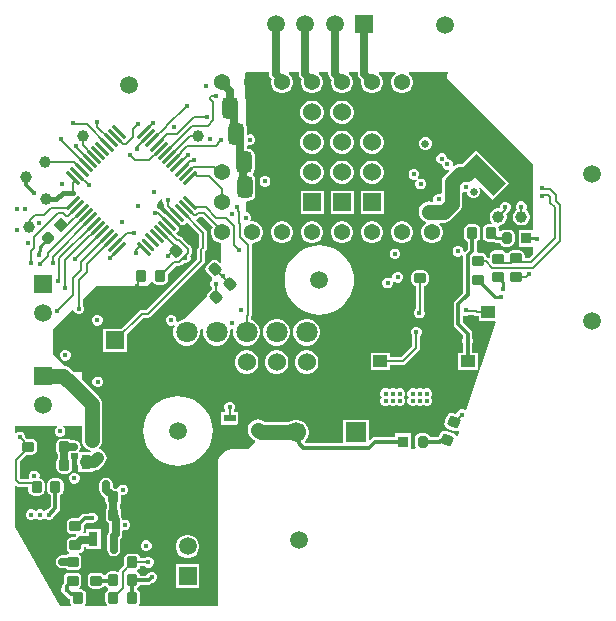
<source format=gbr>
%TF.GenerationSoftware,Altium Limited,Altium Designer,23.4.1 (23)*%
G04 Layer_Physical_Order=1*
G04 Layer_Color=255*
%FSLAX26Y26*%
%MOIN*%
%TF.SameCoordinates,059DD823-1BA3-4B86-995A-778C5C10D4F7*%
%TF.FilePolarity,Positive*%
%TF.FileFunction,Copper,L1,Top,Signal*%
%TF.Part,CustomerPanel*%
G01*
G75*
%TA.AperFunction,SMDPad,CuDef*%
G04:AMPARAMS|DCode=10|XSize=37.402mil|YSize=33.465mil|CornerRadius=0mil|HoleSize=0mil|Usage=FLASHONLY|Rotation=315.000|XOffset=0mil|YOffset=0mil|HoleType=Round|Shape=Rectangle|*
%AMROTATEDRECTD10*
4,1,4,-0.025055,0.001392,-0.001392,0.025055,0.025055,-0.001392,0.001392,-0.025055,-0.025055,0.001392,0.0*
%
%ADD10ROTATEDRECTD10*%

G04:AMPARAMS|DCode=11|XSize=37.402mil|YSize=33.465mil|CornerRadius=8.366mil|HoleSize=0mil|Usage=FLASHONLY|Rotation=315.000|XOffset=0mil|YOffset=0mil|HoleType=Round|Shape=RoundedRectangle|*
%AMROUNDEDRECTD11*
21,1,0.037402,0.016732,0,0,315.0*
21,1,0.020669,0.033465,0,0,315.0*
1,1,0.016732,0.001392,-0.013223*
1,1,0.016732,-0.013223,0.001392*
1,1,0.016732,-0.001392,0.013223*
1,1,0.016732,0.013223,-0.001392*
%
%ADD11ROUNDEDRECTD11*%
G04:AMPARAMS|DCode=12|XSize=39.37mil|YSize=35.433mil|CornerRadius=8.858mil|HoleSize=0mil|Usage=FLASHONLY|Rotation=160.000|XOffset=0mil|YOffset=0mil|HoleType=Round|Shape=RoundedRectangle|*
%AMROUNDEDRECTD12*
21,1,0.039370,0.017717,0,0,160.0*
21,1,0.021654,0.035433,0,0,160.0*
1,1,0.017716,-0.007144,0.012027*
1,1,0.017716,0.013204,0.004621*
1,1,0.017716,0.007144,-0.012027*
1,1,0.017716,-0.013204,-0.004621*
%
%ADD12ROUNDEDRECTD12*%
%ADD13R,0.033465X0.037402*%
G04:AMPARAMS|DCode=14|XSize=37.402mil|YSize=33.465mil|CornerRadius=8.366mil|HoleSize=0mil|Usage=FLASHONLY|Rotation=90.000|XOffset=0mil|YOffset=0mil|HoleType=Round|Shape=RoundedRectangle|*
%AMROUNDEDRECTD14*
21,1,0.037402,0.016732,0,0,90.0*
21,1,0.020669,0.033465,0,0,90.0*
1,1,0.016732,0.008366,0.010335*
1,1,0.016732,0.008366,-0.010335*
1,1,0.016732,-0.008366,-0.010335*
1,1,0.016732,-0.008366,0.010335*
%
%ADD14ROUNDEDRECTD14*%
%ADD15R,0.047244X0.039370*%
%ADD16R,0.031496X0.047244*%
G04:AMPARAMS|DCode=17|XSize=47.244mil|YSize=31.496mil|CornerRadius=7.874mil|HoleSize=0mil|Usage=FLASHONLY|Rotation=90.000|XOffset=0mil|YOffset=0mil|HoleType=Round|Shape=RoundedRectangle|*
%AMROUNDEDRECTD17*
21,1,0.047244,0.015748,0,0,90.0*
21,1,0.031496,0.031496,0,0,90.0*
1,1,0.015748,0.007874,0.015748*
1,1,0.015748,0.007874,-0.015748*
1,1,0.015748,-0.007874,-0.015748*
1,1,0.015748,-0.007874,0.015748*
%
%ADD17ROUNDEDRECTD17*%
G04:AMPARAMS|DCode=18|XSize=58.071mil|YSize=11.811mil|CornerRadius=2.953mil|HoleSize=0mil|Usage=FLASHONLY|Rotation=225.000|XOffset=0mil|YOffset=0mil|HoleType=Round|Shape=RoundedRectangle|*
%AMROUNDEDRECTD18*
21,1,0.058071,0.005905,0,0,225.0*
21,1,0.052165,0.011811,0,0,225.0*
1,1,0.005906,-0.020531,-0.016355*
1,1,0.005906,0.016355,0.020531*
1,1,0.005906,0.020531,0.016355*
1,1,0.005906,-0.016355,-0.020531*
%
%ADD18ROUNDEDRECTD18*%
G04:AMPARAMS|DCode=19|XSize=58.071mil|YSize=11.811mil|CornerRadius=2.953mil|HoleSize=0mil|Usage=FLASHONLY|Rotation=135.000|XOffset=0mil|YOffset=0mil|HoleType=Round|Shape=RoundedRectangle|*
%AMROUNDEDRECTD19*
21,1,0.058071,0.005905,0,0,135.0*
21,1,0.052165,0.011811,0,0,135.0*
1,1,0.005906,-0.016355,0.020531*
1,1,0.005906,0.020531,-0.016355*
1,1,0.005906,0.016355,-0.020531*
1,1,0.005906,-0.020531,0.016355*
%
%ADD19ROUNDEDRECTD19*%
G04:AMPARAMS|DCode=20|XSize=58.071mil|YSize=11.811mil|CornerRadius=0mil|HoleSize=0mil|Usage=FLASHONLY|Rotation=135.000|XOffset=0mil|YOffset=0mil|HoleType=Round|Shape=Round|*
%AMOVALD20*
21,1,0.046260,0.011811,0.000000,0.000000,135.0*
1,1,0.011811,0.016355,-0.016355*
1,1,0.011811,-0.016355,0.016355*
%
%ADD20OVALD20*%

G04:AMPARAMS|DCode=21|XSize=58.071mil|YSize=11.811mil|CornerRadius=0mil|HoleSize=0mil|Usage=FLASHONLY|Rotation=135.000|XOffset=0mil|YOffset=0mil|HoleType=Round|Shape=Rectangle|*
%AMROTATEDRECTD21*
4,1,4,0.024707,-0.016355,0.016355,-0.024707,-0.024707,0.016355,-0.016355,0.024707,0.024707,-0.016355,0.0*
%
%ADD21ROTATEDRECTD21*%

%ADD22C,0.039000*%
G04:AMPARAMS|DCode=23|XSize=70.866mil|YSize=51.181mil|CornerRadius=12.795mil|HoleSize=0mil|Usage=FLASHONLY|Rotation=270.000|XOffset=0mil|YOffset=0mil|HoleType=Round|Shape=RoundedRectangle|*
%AMROUNDEDRECTD23*
21,1,0.070866,0.025591,0,0,270.0*
21,1,0.045276,0.051181,0,0,270.0*
1,1,0.025590,-0.012795,-0.022638*
1,1,0.025590,-0.012795,0.022638*
1,1,0.025590,0.012795,0.022638*
1,1,0.025590,0.012795,-0.022638*
%
%ADD23ROUNDEDRECTD23*%
G04:AMPARAMS|DCode=24|XSize=39.37mil|YSize=35.433mil|CornerRadius=8.858mil|HoleSize=0mil|Usage=FLASHONLY|Rotation=270.000|XOffset=0mil|YOffset=0mil|HoleType=Round|Shape=RoundedRectangle|*
%AMROUNDEDRECTD24*
21,1,0.039370,0.017717,0,0,270.0*
21,1,0.021654,0.035433,0,0,270.0*
1,1,0.017716,-0.008858,-0.010827*
1,1,0.017716,-0.008858,0.010827*
1,1,0.017716,0.008858,0.010827*
1,1,0.017716,0.008858,-0.010827*
%
%ADD24ROUNDEDRECTD24*%
G04:AMPARAMS|DCode=25|XSize=59.055mil|YSize=137.795mil|CornerRadius=0mil|HoleSize=0mil|Usage=FLASHONLY|Rotation=225.000|XOffset=0mil|YOffset=0mil|HoleType=Round|Shape=Rectangle|*
%AMROTATEDRECTD25*
4,1,4,-0.027839,0.069597,0.069597,-0.027839,0.027839,-0.069597,-0.069597,0.027839,-0.027839,0.069597,0.0*
%
%ADD25ROTATEDRECTD25*%

G04:AMPARAMS|DCode=26|XSize=59.055mil|YSize=137.795mil|CornerRadius=14.764mil|HoleSize=0mil|Usage=FLASHONLY|Rotation=225.000|XOffset=0mil|YOffset=0mil|HoleType=Round|Shape=RoundedRectangle|*
%AMROUNDEDRECTD26*
21,1,0.059055,0.108268,0,0,225.0*
21,1,0.029527,0.137795,0,0,225.0*
1,1,0.029528,-0.048718,0.027839*
1,1,0.029528,-0.027839,0.048718*
1,1,0.029528,0.048718,-0.027839*
1,1,0.029528,0.027839,-0.048718*
%
%ADD26ROUNDEDRECTD26*%
G04:AMPARAMS|DCode=27|XSize=39.37mil|YSize=35.433mil|CornerRadius=8.858mil|HoleSize=0mil|Usage=FLASHONLY|Rotation=135.000|XOffset=0mil|YOffset=0mil|HoleType=Round|Shape=RoundedRectangle|*
%AMROUNDEDRECTD27*
21,1,0.039370,0.017717,0,0,135.0*
21,1,0.021654,0.035433,0,0,135.0*
1,1,0.017716,-0.001392,0.013920*
1,1,0.017716,0.013920,-0.001392*
1,1,0.017716,0.001392,-0.013920*
1,1,0.017716,-0.013920,0.001392*
%
%ADD27ROUNDEDRECTD27*%
%TA.AperFunction,FiducialPad,Global*%
%ADD28C,0.059055*%
%TA.AperFunction,SMDPad,CuDef*%
G04:AMPARAMS|DCode=29|XSize=39.37mil|YSize=35.433mil|CornerRadius=8.858mil|HoleSize=0mil|Usage=FLASHONLY|Rotation=180.000|XOffset=0mil|YOffset=0mil|HoleType=Round|Shape=RoundedRectangle|*
%AMROUNDEDRECTD29*
21,1,0.039370,0.017717,0,0,180.0*
21,1,0.021654,0.035433,0,0,180.0*
1,1,0.017716,-0.010827,0.008858*
1,1,0.017716,0.010827,0.008858*
1,1,0.017716,0.010827,-0.008858*
1,1,0.017716,-0.010827,-0.008858*
%
%ADD29ROUNDEDRECTD29*%
G04:AMPARAMS|DCode=30|XSize=23.622mil|YSize=39.37mil|CornerRadius=5.906mil|HoleSize=0mil|Usage=FLASHONLY|Rotation=90.000|XOffset=0mil|YOffset=0mil|HoleType=Round|Shape=RoundedRectangle|*
%AMROUNDEDRECTD30*
21,1,0.023622,0.027559,0,0,90.0*
21,1,0.011811,0.039370,0,0,90.0*
1,1,0.011811,0.013780,0.005906*
1,1,0.011811,0.013780,-0.005906*
1,1,0.011811,-0.013780,-0.005906*
1,1,0.011811,-0.013780,0.005906*
%
%ADD30ROUNDEDRECTD30*%
%ADD31R,0.039370X0.023622*%
%TA.AperFunction,Conductor*%
%ADD32C,0.008000*%
%ADD33C,0.010000*%
%ADD34C,0.012000*%
%ADD35C,0.017000*%
%ADD36C,0.050000*%
%ADD37C,0.025000*%
%ADD38C,0.040000*%
%ADD39C,0.020000*%
%TA.AperFunction,ComponentPad*%
%ADD40C,0.054000*%
%ADD41C,0.066929*%
%ADD42R,0.066929X0.066929*%
%ADD43C,0.070866*%
%ADD44R,0.070866X0.070866*%
%ADD45C,0.060000*%
%ADD46R,0.059000X0.059000*%
%ADD47R,0.059000X0.059000*%
%ADD48C,0.059370*%
%ADD49R,0.059370X0.059370*%
%ADD50R,0.059370X0.059370*%
G04:AMPARAMS|DCode=51|XSize=39.37mil|YSize=62.992mil|CornerRadius=0mil|HoleSize=0mil|Usage=FLASHONLY|Rotation=135.000|XOffset=0mil|YOffset=0mil|HoleType=Round|Shape=Round|*
%AMOVALD51*
21,1,0.023622,0.039370,0.000000,0.000000,225.0*
1,1,0.039370,0.008352,0.008352*
1,1,0.039370,-0.008352,-0.008352*
%
%ADD51OVALD51*%

%ADD52C,0.026575*%
G04:AMPARAMS|DCode=53|XSize=39.37mil|YSize=82.677mil|CornerRadius=0mil|HoleSize=0mil|Usage=FLASHONLY|Rotation=135.000|XOffset=0mil|YOffset=0mil|HoleType=Round|Shape=Round|*
%AMOVALD53*
21,1,0.043307,0.039370,0.000000,0.000000,225.0*
1,1,0.039370,0.015311,0.015311*
1,1,0.039370,-0.015311,-0.015311*
%
%ADD53OVALD53*%

%TA.AperFunction,ViaPad*%
%ADD54C,0.059055*%
%ADD55C,0.017716*%
%ADD56C,0.019685*%
G36*
X1846699Y1783839D02*
X1843704Y1780843D01*
X1841964Y1778239D01*
X1841353Y1775167D01*
X1841964Y1772094D01*
X1843704Y1769490D01*
X1843705Y1769489D01*
X2129892Y1483302D01*
Y1397600D01*
X2129892Y1262159D01*
X2081640D01*
Y1206757D01*
X2129892D01*
Y1181203D01*
X2116182Y1167492D01*
X2101870D01*
Y1176181D01*
X2100484Y1183149D01*
X2096537Y1189056D01*
X2090629Y1193003D01*
X2083662Y1194389D01*
X2062008D01*
X2055040Y1193003D01*
X2049133Y1189056D01*
X2046018Y1184395D01*
X2045711Y1184284D01*
X2041487Y1184125D01*
X2040462Y1184395D01*
X2037594Y1188687D01*
X2031687Y1192634D01*
X2024719Y1194020D01*
X2003066D01*
X1996098Y1192634D01*
X1990190Y1188687D01*
X1986244Y1182780D01*
X1984858Y1175812D01*
Y1170370D01*
X1979858Y1168868D01*
X1976367Y1171200D01*
X1974166Y1171637D01*
X1973541Y1174780D01*
X1969594Y1180687D01*
X1963687Y1184634D01*
X1956719Y1186020D01*
X1945407D01*
X1941320Y1191020D01*
X1941690Y1192884D01*
Y1223703D01*
X1942223Y1223809D01*
X1948130Y1227756D01*
X1952077Y1233663D01*
X1953463Y1240631D01*
Y1262285D01*
X1952077Y1269253D01*
X1948130Y1275160D01*
X1942223Y1279107D01*
X1935255Y1280493D01*
X1917538D01*
X1910570Y1279107D01*
X1904663Y1275160D01*
X1900716Y1269253D01*
X1899330Y1262285D01*
Y1240631D01*
X1900716Y1233663D01*
X1904663Y1227756D01*
X1910570Y1223809D01*
X1911102Y1223703D01*
Y1199219D01*
X1902089Y1190205D01*
X1897089Y1192276D01*
Y1194672D01*
X1894370Y1201236D01*
X1889346Y1206259D01*
X1882783Y1208978D01*
X1875678D01*
X1869114Y1206259D01*
X1864091Y1201236D01*
X1861372Y1194672D01*
Y1187568D01*
X1864091Y1181004D01*
X1869114Y1175980D01*
X1875678Y1173262D01*
X1882783D01*
X1889346Y1175980D01*
X1890913Y1177547D01*
X1895913Y1175476D01*
Y1052290D01*
X1885274Y1041651D01*
X1885274Y1041650D01*
X1869886Y1026263D01*
X1866571Y1021302D01*
X1865407Y1015449D01*
Y948209D01*
X1866571Y942356D01*
X1869886Y937394D01*
X1896599Y910682D01*
Y902153D01*
X1896561Y902116D01*
X1893843Y895552D01*
Y888448D01*
X1896561Y881884D01*
X1896599Y881847D01*
Y853143D01*
X1879270D01*
Y795773D01*
X1944514D01*
Y853143D01*
X1927186D01*
Y882719D01*
X1929559Y888448D01*
Y895552D01*
X1927186Y901281D01*
Y917017D01*
X1926022Y922870D01*
X1922707Y927832D01*
X1895995Y954544D01*
Y975096D01*
X1900152Y977874D01*
X1902410Y976938D01*
X1909514D01*
X1915044Y979229D01*
X1915171Y979203D01*
X1932402D01*
X1932520Y979085D01*
X1936820Y976212D01*
X1941892Y975203D01*
X1947940D01*
Y959773D01*
X2002486D01*
X2005410Y955717D01*
X1907674Y662510D01*
X1902849Y660801D01*
X1901952Y661155D01*
X1895426Y663858D01*
X1888322D01*
X1881758Y661139D01*
X1876735Y656116D01*
X1874016Y649552D01*
X1872216Y648292D01*
X1864246Y651193D01*
X1857224Y652274D01*
X1850323Y650585D01*
X1844594Y646384D01*
X1840908Y640311D01*
X1834849Y623662D01*
X1833768Y616641D01*
X1835456Y609740D01*
X1839657Y604010D01*
X1845731Y600325D01*
X1866079Y592919D01*
X1873101Y591838D01*
X1879357Y593369D01*
X1881506Y591931D01*
X1883458Y589861D01*
X1878510Y575018D01*
X1873323Y575179D01*
X1869122Y580908D01*
X1863049Y584594D01*
X1842701Y592000D01*
X1835679Y593081D01*
X1828778Y591392D01*
X1823049Y587191D01*
X1819363Y581117D01*
X1816152Y572294D01*
X1786267D01*
X1785906Y574111D01*
X1782067Y579855D01*
X1776323Y583693D01*
X1769547Y585041D01*
X1752815D01*
X1746039Y583693D01*
X1740295Y579855D01*
X1736456Y574111D01*
X1735109Y567335D01*
Y546665D01*
X1736456Y539889D01*
X1738081Y537458D01*
X1735409Y532458D01*
X1721953D01*
Y584701D01*
X1670488D01*
Y572294D01*
X1603701D01*
X1597848Y571130D01*
X1592886Y567814D01*
X1585638Y560566D01*
X1581018Y562479D01*
Y629639D01*
X1496089D01*
Y552294D01*
X1370798D01*
X1367802Y556369D01*
X1372534Y561101D01*
X1378124Y570784D01*
X1381018Y581584D01*
Y592765D01*
X1378124Y603565D01*
X1372534Y613248D01*
X1364628Y621154D01*
X1354945Y626745D01*
X1344144Y629639D01*
X1332963D01*
X1322163Y626745D01*
X1313023Y621468D01*
X1236556D01*
X1229716Y626716D01*
X1221445Y630142D01*
X1212570Y631310D01*
X1203694Y630142D01*
D01*
X1195423Y626716D01*
X1188321Y621266D01*
X1182871Y614164D01*
X1179445Y605893D01*
X1178276Y597017D01*
X1179445Y588141D01*
X1182871Y579870D01*
X1188321Y572768D01*
X1198163Y562925D01*
X1201190Y560603D01*
X1201546Y554375D01*
X1179628Y532458D01*
X1119892D01*
X1115964Y528530D01*
X1110937D01*
X1110937Y528530D01*
X1107864Y527919D01*
X1105260Y526178D01*
X1105260Y526178D01*
X1083391Y504310D01*
X1081216Y502135D01*
X1079476Y499530D01*
X1078865Y496458D01*
Y8028D01*
X817631D01*
X816339Y10130D01*
X815504Y13028D01*
X818959Y18199D01*
X820345Y25166D01*
Y46820D01*
X818959Y53788D01*
X815012Y59695D01*
X810450Y62743D01*
X810203Y63598D01*
Y67443D01*
X810450Y68299D01*
X815012Y71347D01*
X818959Y77254D01*
X819456Y79755D01*
X848483D01*
X854336Y80919D01*
X859297Y84234D01*
X861817Y86754D01*
X868008Y89318D01*
X873032Y94342D01*
X875751Y100906D01*
Y108010D01*
X873032Y114574D01*
X868008Y119597D01*
X861445Y122316D01*
X854340D01*
X847777Y119597D01*
X842753Y114574D01*
X841000Y110342D01*
X819456D01*
X818959Y112843D01*
X815012Y118750D01*
X810450Y121798D01*
X810203Y122653D01*
Y126499D01*
X810450Y127354D01*
X815012Y130402D01*
X818959Y136309D01*
X819862Y140849D01*
X835537D01*
X837422Y138964D01*
X843986Y136245D01*
X851090D01*
X857654Y138964D01*
X862678Y143988D01*
X865396Y150551D01*
Y157656D01*
X862678Y164220D01*
X857654Y169243D01*
X851090Y171962D01*
X843986D01*
X837422Y169243D01*
X835537Y167358D01*
X819862D01*
X818959Y171898D01*
X815012Y177805D01*
X809104Y181752D01*
X802136Y183138D01*
X784420D01*
X777452Y181752D01*
X771545Y177805D01*
X767598Y171898D01*
X766212Y164930D01*
Y145782D01*
X752520Y132090D01*
X749647Y127790D01*
X749394Y126518D01*
X746311Y122928D01*
X743818Y123154D01*
X739144Y124083D01*
X721428D01*
X714460Y122697D01*
X708553Y118750D01*
X704606Y112843D01*
X704520Y112411D01*
X699212Y111356D01*
X696901Y114813D01*
X690994Y118760D01*
X684026Y120146D01*
X662373D01*
X655405Y118760D01*
X649498Y114813D01*
X645551Y108906D01*
X644165Y101938D01*
Y84222D01*
X645551Y77254D01*
X649498Y71347D01*
X655405Y67400D01*
X662373Y66014D01*
X684026D01*
X690994Y67400D01*
X696901Y71347D01*
X699949Y75908D01*
X700804Y76155D01*
X704650D01*
X705505Y75908D01*
X708553Y71347D01*
X713114Y68299D01*
X713362Y67443D01*
Y63599D01*
X713114Y62743D01*
X708553Y59695D01*
X704606Y53788D01*
X703220Y46820D01*
Y25166D01*
X704606Y18198D01*
X708061Y13028D01*
X707225Y10130D01*
X705934Y8028D01*
X636528D01*
X635237Y10130D01*
X634401Y13028D01*
X637856Y18199D01*
X639242Y25166D01*
Y46820D01*
X637856Y53788D01*
X633909Y59695D01*
X628002Y63642D01*
X621034Y65028D01*
X617705D01*
X616188Y70028D01*
X618161Y71347D01*
X622108Y77254D01*
X623494Y84222D01*
Y101938D01*
X622108Y108906D01*
X618161Y114813D01*
X612254Y118760D01*
X605286Y120146D01*
X583633D01*
X576665Y118760D01*
X570757Y114813D01*
X566810Y108906D01*
X565424Y101938D01*
Y85674D01*
X565172Y85421D01*
X561856Y80460D01*
X560692Y74607D01*
Y73513D01*
X559753Y72574D01*
X557034Y66010D01*
Y58906D01*
X559753Y52342D01*
X564777Y47318D01*
X570967Y44754D01*
X579118Y36604D01*
X584080Y33288D01*
X585110Y33083D01*
Y25166D01*
X586495Y18199D01*
X589950Y13028D01*
X589115Y10130D01*
X587824Y8028D01*
X553211D01*
X401729Y270582D01*
Y408420D01*
X406348Y410333D01*
X407454Y409227D01*
X411754Y406354D01*
X416827Y405345D01*
X447314D01*
Y394025D01*
X448700Y387057D01*
X452647Y381150D01*
X458554Y377203D01*
X465522Y375817D01*
X483239D01*
X490207Y377203D01*
X496114Y381150D01*
X500061Y387057D01*
X501447Y394025D01*
Y415678D01*
X500061Y422646D01*
X496114Y428553D01*
X490207Y432500D01*
X487361Y433067D01*
X484311Y438771D01*
X484388Y438956D01*
Y446061D01*
X481670Y452625D01*
X476646Y457648D01*
X470082Y460367D01*
X462978D01*
X456414Y457648D01*
X451390Y452625D01*
X448672Y446061D01*
Y438956D01*
X449543Y436854D01*
X446202Y431854D01*
X422317D01*
X418829Y435342D01*
Y491224D01*
X440469Y512864D01*
X457648D01*
X464616Y514250D01*
X470523Y518197D01*
X474470Y524104D01*
X475856Y531072D01*
Y548789D01*
X474470Y555756D01*
X470523Y561664D01*
X464616Y565611D01*
X457648Y566997D01*
X443099D01*
X436751Y573345D01*
Y576010D01*
X434032Y582574D01*
X429008Y587597D01*
X422445Y590316D01*
X415340D01*
X408776Y587597D01*
X406729Y585549D01*
X401729Y587621D01*
Y610000D01*
X540646D01*
X541703Y607815D01*
X542179Y605000D01*
X537753Y600574D01*
X535034Y594010D01*
Y586906D01*
X537753Y580342D01*
X542777Y575318D01*
X549340Y572600D01*
X556445D01*
X563008Y575318D01*
X568032Y580342D01*
X570751Y586906D01*
Y594010D01*
X568032Y600574D01*
X563606Y605000D01*
X564081Y607815D01*
X565139Y610000D01*
X624726D01*
Y562421D01*
X625894Y553545D01*
X629320Y545274D01*
X634770Y538172D01*
X641872Y532722D01*
X650143Y529296D01*
X653477Y528857D01*
X655594Y523535D01*
X653833Y521371D01*
X619494D01*
X616821Y526371D01*
X620018Y531156D01*
X621687Y539545D01*
X620018Y547934D01*
X615266Y555045D01*
X608155Y559797D01*
X599766Y561466D01*
X588766D01*
X588634Y561664D01*
X582726Y565611D01*
X575759Y566997D01*
X558042D01*
X551074Y565611D01*
X545167Y561664D01*
X541220Y555756D01*
X539834Y548789D01*
Y527135D01*
X541220Y520167D01*
X544979Y514541D01*
Y502327D01*
X541220Y496701D01*
X539834Y489733D01*
Y468080D01*
X541220Y461112D01*
X545167Y455205D01*
X551074Y451258D01*
X558042Y449872D01*
X575759D01*
X582726Y451258D01*
X588634Y455205D01*
X592581Y461112D01*
X593967Y468080D01*
Y489733D01*
X592581Y496701D01*
X588822Y502327D01*
Y514541D01*
X590881Y517624D01*
X599766D01*
X608155Y519292D01*
X609081Y519911D01*
X614081Y517239D01*
Y504135D01*
X613498Y503374D01*
X610576Y496320D01*
X609579Y488749D01*
X610576Y481179D01*
X613498Y474124D01*
X614081Y473364D01*
Y456127D01*
X663577D01*
Y459499D01*
X665184D01*
X672754Y460496D01*
X679809Y463418D01*
X685867Y468066D01*
X699575Y481775D01*
X704224Y487833D01*
X707146Y494887D01*
X708143Y502458D01*
X707146Y510028D01*
X704224Y517083D01*
X699575Y523141D01*
X693518Y527789D01*
X686463Y530711D01*
D01*
X682448Y531240D01*
X681047Y536468D01*
X683268Y538172D01*
X688718Y545274D01*
X692144Y553545D01*
X693313Y562421D01*
Y610000D01*
Y681331D01*
X692144Y690207D01*
X688718Y698478D01*
X683268Y705580D01*
X624892Y763956D01*
Y788000D01*
X600849D01*
X588449Y800400D01*
X581346Y805850D01*
X573075Y809276D01*
X567720Y809981D01*
X551559Y826142D01*
X529701Y848000D01*
X529701Y931001D01*
X592959Y994258D01*
X598645Y992874D01*
X600297Y988886D01*
X605320Y983862D01*
X611884Y981144D01*
X618988D01*
X625552Y983862D01*
X630576Y988886D01*
X633294Y995449D01*
Y1002554D01*
X630576Y1009118D01*
X628691Y1011002D01*
Y1029991D01*
X673700Y1074999D01*
X841701Y1075000D01*
X855391Y1088690D01*
X861601Y1087830D01*
X863655Y1084756D01*
X869562Y1080809D01*
X876530Y1079423D01*
X894247D01*
X901215Y1080809D01*
X907122Y1084756D01*
X911069Y1090663D01*
X912455Y1097631D01*
Y1116779D01*
X938830Y1143154D01*
X950067D01*
X955140Y1144163D01*
X959440Y1147036D01*
X964843Y1152440D01*
X966563Y1151728D01*
X973667D01*
X980231Y1154446D01*
X985254Y1159470D01*
X987973Y1166034D01*
Y1173138D01*
X987261Y1174858D01*
X987951Y1175548D01*
X990824Y1179848D01*
X991833Y1184920D01*
Y1198874D01*
X990824Y1203946D01*
X987951Y1208246D01*
X959096Y1237101D01*
X954796Y1239975D01*
X949724Y1240984D01*
X949413D01*
X940782Y1249614D01*
X941223Y1254091D01*
X945399Y1258267D01*
X948041Y1262221D01*
X948968Y1266884D01*
X948041Y1271548D01*
X945399Y1275502D01*
X908513Y1312388D01*
X904559Y1315030D01*
X902869Y1315366D01*
X889405Y1328830D01*
X885105Y1331704D01*
X881107Y1332499D01*
X879701Y1333905D01*
Y1357000D01*
X889415Y1366714D01*
X892018Y1365754D01*
X894034Y1364262D01*
Y1357906D01*
X896753Y1351342D01*
X898638Y1349457D01*
Y1343275D01*
X899647Y1338203D01*
X902520Y1333903D01*
X911963Y1324460D01*
X912299Y1322770D01*
X914941Y1318816D01*
X951827Y1281930D01*
X955781Y1279288D01*
X960445Y1278361D01*
X965108Y1279288D01*
X969062Y1281930D01*
X972997Y1285865D01*
X978214Y1286048D01*
X1016085Y1248176D01*
Y1208217D01*
X1014583Y1206715D01*
X1011710Y1202415D01*
X1010701Y1197342D01*
Y1165745D01*
X841211Y996255D01*
X824931D01*
X819858Y995246D01*
X815558Y992372D01*
X756132Y932946D01*
X697507D01*
Y855576D01*
X774877D01*
Y914201D01*
X830421Y969745D01*
X846701D01*
X851773Y970754D01*
X856073Y973628D01*
X1033328Y1150882D01*
X1036201Y1155182D01*
X1037210Y1160255D01*
Y1191852D01*
X1038713Y1193354D01*
X1041586Y1197655D01*
X1042595Y1202727D01*
Y1253667D01*
X1041586Y1258739D01*
X1038713Y1263039D01*
X1007108Y1294644D01*
X1008754Y1300069D01*
X1009986Y1300314D01*
X1014286Y1303187D01*
X1016444Y1305346D01*
X1018890Y1306980D01*
X1018901Y1306991D01*
X1026028D01*
X1061293Y1271726D01*
X1059346Y1268353D01*
X1056892Y1259197D01*
Y1249718D01*
X1059346Y1240562D01*
X1064085Y1232353D01*
X1070788Y1225651D01*
X1078997Y1220911D01*
X1088153Y1218458D01*
X1090701D01*
Y1154695D01*
X1086081Y1152782D01*
X1080969Y1157894D01*
X1075062Y1161841D01*
X1068094Y1163227D01*
X1061126Y1161841D01*
X1055219Y1157894D01*
X1042692Y1145366D01*
X1038745Y1139459D01*
X1037359Y1132491D01*
X1038745Y1125523D01*
X1042692Y1119616D01*
X1058003Y1104305D01*
X1059770Y1103124D01*
X1060099Y1102382D01*
X1060082Y1096902D01*
X1056753Y1093574D01*
X1054034Y1087010D01*
Y1079906D01*
X1056753Y1073342D01*
X1058638Y1071457D01*
Y1062887D01*
X1047362Y1051611D01*
X1043415Y1045704D01*
X1042425Y1040724D01*
X997956Y996255D01*
X967061Y965360D01*
X957742Y962863D01*
X947610Y957013D01*
X945054Y954457D01*
X940834Y957260D01*
X940810Y957284D01*
Y964380D01*
X938091Y970944D01*
X933067Y975967D01*
X926504Y978686D01*
X919399D01*
X912836Y975967D01*
X907812Y970944D01*
X905093Y964380D01*
Y957276D01*
X907812Y950712D01*
X912836Y945688D01*
X919399Y942970D01*
X926504D01*
X931404Y944999D01*
X934885Y941029D01*
X933487Y938608D01*
X930990Y929290D01*
X930523Y928822D01*
X930777Y928491D01*
X930459Y927308D01*
Y915608D01*
X933487Y904307D01*
X939337Y894175D01*
X947610Y885903D01*
X957742Y880053D01*
X969043Y877025D01*
X980742D01*
X992043Y880053D01*
X1002175Y885903D01*
X1010448Y894175D01*
X1016297Y904307D01*
X1019325Y915608D01*
Y927308D01*
X1019008Y928491D01*
X1022052Y932458D01*
X1027733D01*
X1030776Y928491D01*
X1030459Y927308D01*
Y915608D01*
X1033487Y904307D01*
X1039337Y894175D01*
X1047610Y885903D01*
X1057742Y880053D01*
X1069043Y877025D01*
X1080742D01*
X1092043Y880053D01*
X1102175Y885903D01*
X1110448Y894175D01*
X1116297Y904307D01*
X1119325Y915608D01*
Y927308D01*
X1119008Y928491D01*
X1122052Y932458D01*
X1127733D01*
X1130776Y928491D01*
X1130459Y927308D01*
Y915608D01*
X1133487Y904307D01*
X1139337Y894175D01*
X1147610Y885903D01*
X1157742Y880053D01*
X1169043Y877025D01*
X1180742D01*
X1192043Y880053D01*
X1198892Y884008D01*
X1202175Y885903D01*
X1210448Y894175D01*
X1216297Y904307D01*
X1219325Y915608D01*
Y927308D01*
X1216297Y938608D01*
X1210448Y948740D01*
X1202175Y957013D01*
X1192043Y962863D01*
X1188147Y963907D01*
Y971059D01*
X1190805Y975037D01*
X1191814Y980110D01*
Y1212223D01*
X1191568Y1213458D01*
X1195584Y1218458D01*
X1197632D01*
X1206788Y1220912D01*
X1214997Y1225651D01*
X1221700Y1232354D01*
X1226439Y1240563D01*
X1228893Y1249719D01*
Y1259198D01*
X1226439Y1268354D01*
X1221700Y1276563D01*
X1214997Y1283265D01*
X1206788Y1288005D01*
X1197632Y1290458D01*
X1190323D01*
X1187278Y1294722D01*
X1187170Y1295247D01*
X1188892Y1299406D01*
Y1306510D01*
X1186174Y1313074D01*
X1181150Y1318098D01*
X1174586Y1320816D01*
X1174154D01*
X1173911Y1355696D01*
X1177435Y1359244D01*
X1182058D01*
X1190562Y1360935D01*
X1197771Y1365752D01*
X1202588Y1372962D01*
X1204280Y1381466D01*
Y1426741D01*
X1202588Y1435245D01*
X1197771Y1442455D01*
X1195290Y1444113D01*
Y1449113D01*
X1196091Y1449649D01*
X1200909Y1456858D01*
X1202600Y1465362D01*
Y1510638D01*
X1200909Y1519142D01*
X1196091Y1526351D01*
X1188882Y1531168D01*
X1180378Y1532860D01*
X1175785D01*
Y1542366D01*
X1178543Y1544962D01*
X1180455Y1545843D01*
X1182149Y1545142D01*
X1189253D01*
X1195817Y1547861D01*
X1200840Y1552884D01*
X1203559Y1559448D01*
Y1566552D01*
X1200840Y1573116D01*
X1195817Y1578139D01*
X1189253Y1580858D01*
X1182149D01*
X1179753Y1579866D01*
X1174752Y1583207D01*
Y1603907D01*
X1173061Y1612411D01*
X1172119Y1613820D01*
X1170935Y1784268D01*
X1175907Y1788458D01*
X1249333D01*
Y1783603D01*
X1251002Y1775214D01*
X1255754Y1768102D01*
X1258534Y1765323D01*
X1256892Y1759198D01*
Y1749719D01*
X1259346Y1740563D01*
X1264085Y1732354D01*
X1270788Y1725651D01*
X1278997Y1720912D01*
X1288153Y1718458D01*
X1297632D01*
X1306788Y1720912D01*
X1314997Y1725651D01*
X1321700Y1732354D01*
X1326439Y1740563D01*
X1328892Y1749719D01*
Y1759198D01*
X1326439Y1768354D01*
X1321700Y1776563D01*
X1314997Y1783265D01*
X1314664Y1783458D01*
X1316003Y1788458D01*
X1347758D01*
Y1783603D01*
X1349427Y1775214D01*
X1354179Y1768102D01*
X1358201Y1764080D01*
X1356893Y1759198D01*
Y1749719D01*
X1359346Y1740563D01*
X1364085Y1732354D01*
X1370788Y1725651D01*
X1378997Y1720912D01*
X1388153Y1718458D01*
X1397632D01*
X1406788Y1720912D01*
X1414997Y1725651D01*
X1421700Y1732354D01*
X1426439Y1740563D01*
X1428893Y1749719D01*
Y1759198D01*
X1426439Y1768354D01*
X1421700Y1776563D01*
X1414997Y1783265D01*
X1414664Y1783458D01*
X1416003Y1788458D01*
X1446184D01*
Y1783603D01*
X1447853Y1775214D01*
X1452604Y1768102D01*
X1457868Y1762838D01*
X1456893Y1759197D01*
Y1749718D01*
X1459346Y1740562D01*
X1464085Y1732353D01*
X1470788Y1725651D01*
X1478997Y1720911D01*
X1488153Y1718458D01*
X1497632D01*
X1506788Y1720911D01*
X1514997Y1725651D01*
X1521700Y1732353D01*
X1526439Y1740562D01*
X1528893Y1749718D01*
Y1759197D01*
X1526439Y1768353D01*
X1521700Y1776562D01*
X1514997Y1783265D01*
X1514663Y1783458D01*
X1516003Y1788458D01*
X1544609D01*
Y1783603D01*
X1546278Y1775214D01*
X1551030Y1768102D01*
X1557535Y1761596D01*
X1556893Y1759197D01*
Y1749718D01*
X1559346Y1740562D01*
X1564085Y1732353D01*
X1570788Y1725651D01*
X1578997Y1720911D01*
X1588153Y1718458D01*
X1597632D01*
X1606788Y1720911D01*
X1614997Y1725651D01*
X1621700Y1732353D01*
X1626439Y1740562D01*
X1628893Y1749718D01*
Y1759197D01*
X1626439Y1768353D01*
X1621700Y1776562D01*
X1614997Y1783265D01*
X1614663Y1783458D01*
X1616003Y1788458D01*
X1669782D01*
X1671122Y1783458D01*
X1670788Y1783265D01*
X1664085Y1776562D01*
X1659346Y1768353D01*
X1656892Y1759197D01*
Y1749718D01*
X1659346Y1740562D01*
X1664085Y1732353D01*
X1670788Y1725651D01*
X1678997Y1720911D01*
X1688153Y1718458D01*
X1697632D01*
X1706788Y1720911D01*
X1714997Y1725651D01*
X1721699Y1732353D01*
X1726439Y1740562D01*
X1728892Y1749718D01*
Y1759197D01*
X1726439Y1768353D01*
X1721699Y1776562D01*
X1714997Y1783265D01*
X1714663Y1783458D01*
X1716003Y1788458D01*
X1844786D01*
X1846699Y1783839D01*
D02*
G37*
%LPC*%
G36*
X1498027Y1693458D02*
X1487758D01*
X1477839Y1690800D01*
X1468946Y1685666D01*
X1461685Y1678405D01*
X1456550Y1669512D01*
X1453893Y1659593D01*
Y1649324D01*
X1456550Y1639405D01*
X1461685Y1630512D01*
X1468946Y1623251D01*
X1477839Y1618116D01*
X1487758Y1615458D01*
X1498027D01*
X1507946Y1618116D01*
X1516839Y1623251D01*
X1524100Y1630512D01*
X1529235Y1639405D01*
X1531893Y1649324D01*
Y1659593D01*
X1529235Y1669512D01*
X1524100Y1678405D01*
X1516839Y1685666D01*
X1507946Y1690800D01*
X1498027Y1693458D01*
D02*
G37*
G36*
X1398027D02*
X1387758D01*
X1377839Y1690800D01*
X1368946Y1685666D01*
X1361685Y1678405D01*
X1356550Y1669512D01*
X1353892Y1659593D01*
Y1649324D01*
X1356550Y1639405D01*
X1361685Y1630512D01*
X1368946Y1623251D01*
X1377839Y1618116D01*
X1387758Y1615458D01*
X1398027D01*
X1407946Y1618116D01*
X1416839Y1623251D01*
X1424100Y1630512D01*
X1429235Y1639405D01*
X1431892Y1649324D01*
Y1659593D01*
X1429235Y1669512D01*
X1424100Y1678405D01*
X1416839Y1685666D01*
X1407946Y1690800D01*
X1398027Y1693458D01*
D02*
G37*
G36*
X1775097Y1572554D02*
X1766230D01*
X1758039Y1569161D01*
X1751769Y1562891D01*
X1748376Y1554700D01*
Y1545833D01*
X1751769Y1537642D01*
X1758039Y1531372D01*
X1766230Y1527979D01*
X1775097D01*
X1783288Y1531372D01*
X1789558Y1537642D01*
X1792951Y1545833D01*
Y1554700D01*
X1789558Y1562891D01*
X1783288Y1569161D01*
X1775097Y1572554D01*
D02*
G37*
G36*
X1598027Y1593458D02*
X1587758D01*
X1577839Y1590801D01*
X1568946Y1585666D01*
X1561685Y1578405D01*
X1556550Y1569512D01*
X1553892Y1559593D01*
Y1549324D01*
X1556550Y1539405D01*
X1561685Y1530512D01*
X1568946Y1523251D01*
X1577839Y1518116D01*
X1587758Y1515458D01*
X1598027D01*
X1607946Y1518116D01*
X1616839Y1523251D01*
X1624100Y1530512D01*
X1629235Y1539405D01*
X1631892Y1549324D01*
Y1559593D01*
X1629235Y1569512D01*
X1624100Y1578405D01*
X1616839Y1585666D01*
X1607946Y1590801D01*
X1598027Y1593458D01*
D02*
G37*
G36*
X1398027Y1593458D02*
X1387758D01*
X1377839Y1590800D01*
X1368946Y1585666D01*
X1361685Y1578405D01*
X1356550Y1569512D01*
X1353892Y1559593D01*
Y1549324D01*
X1356550Y1539405D01*
X1361685Y1530512D01*
X1368946Y1523251D01*
X1377839Y1518116D01*
X1387758Y1515458D01*
X1398027D01*
X1407946Y1518116D01*
X1416839Y1523251D01*
X1424100Y1530512D01*
X1429235Y1539405D01*
X1431892Y1549324D01*
Y1559593D01*
X1429235Y1569512D01*
X1424100Y1578405D01*
X1416839Y1585666D01*
X1407946Y1590800D01*
X1398027Y1593458D01*
D02*
G37*
G36*
X1498027Y1593458D02*
X1487758D01*
X1477839Y1590800D01*
X1468946Y1585666D01*
X1461685Y1578405D01*
X1456550Y1569512D01*
X1453893Y1559592D01*
Y1549324D01*
X1456550Y1539405D01*
X1461685Y1530512D01*
X1468946Y1523250D01*
X1477839Y1518116D01*
X1487758Y1515458D01*
X1498027D01*
X1507946Y1518116D01*
X1516839Y1523250D01*
X1524100Y1530512D01*
X1529235Y1539405D01*
X1531893Y1549324D01*
Y1559592D01*
X1529235Y1569512D01*
X1524100Y1578405D01*
X1516839Y1585666D01*
X1507946Y1590800D01*
X1498027Y1593458D01*
D02*
G37*
G36*
X1940759Y1527644D02*
X1911891Y1498776D01*
X1910107Y1497407D01*
X1895065Y1482365D01*
X1887004D01*
X1878128Y1481197D01*
X1869857Y1477771D01*
X1866221Y1474980D01*
X1863032Y1476908D01*
X1861892Y1477961D01*
Y1484701D01*
X1859174Y1491264D01*
X1854150Y1496288D01*
X1847586Y1499007D01*
X1843083D01*
Y1503680D01*
X1840364Y1510243D01*
X1835341Y1515267D01*
X1828777Y1517986D01*
X1821673D01*
X1815109Y1515267D01*
X1810085Y1510243D01*
X1807367Y1503680D01*
Y1496575D01*
X1810085Y1490012D01*
X1815109Y1484988D01*
X1821673Y1482269D01*
X1826176D01*
Y1477596D01*
X1828895Y1471033D01*
X1833918Y1466009D01*
X1840482Y1463290D01*
X1846653D01*
X1848446Y1460675D01*
X1849105Y1458671D01*
X1835575Y1445141D01*
X1830125Y1438039D01*
X1826699Y1429768D01*
X1825531Y1420892D01*
Y1384325D01*
X1820531Y1380984D01*
X1818445Y1381848D01*
X1811340D01*
X1804776Y1379130D01*
X1799753Y1374106D01*
X1797034Y1367542D01*
Y1360438D01*
X1797389Y1359582D01*
X1796133Y1357703D01*
X1793519Y1355857D01*
X1791768Y1356583D01*
X1782892Y1357751D01*
X1774017Y1356583D01*
X1765746Y1353157D01*
X1758643Y1347707D01*
X1753193Y1340605D01*
X1749767Y1332334D01*
X1748599Y1323458D01*
X1749767Y1314582D01*
X1753193Y1306311D01*
X1758643Y1299209D01*
X1760969Y1296883D01*
X1768072Y1291433D01*
X1772068Y1289778D01*
X1772432Y1284215D01*
X1770788Y1283265D01*
X1764085Y1276563D01*
X1759346Y1268354D01*
X1756892Y1259198D01*
Y1249719D01*
X1759346Y1240563D01*
X1764085Y1232354D01*
X1770788Y1225651D01*
X1778997Y1220911D01*
X1788153Y1218458D01*
X1797632D01*
X1806788Y1220911D01*
X1814997Y1225651D01*
X1821700Y1232354D01*
X1826439Y1240563D01*
X1828892Y1249719D01*
Y1259198D01*
X1826439Y1268354D01*
X1821700Y1276563D01*
X1816424Y1281838D01*
X1818442Y1286838D01*
X1832645D01*
X1841521Y1288007D01*
X1849792Y1291433D01*
X1856894Y1296883D01*
X1884073Y1324062D01*
X1889523Y1331165D01*
X1892949Y1339436D01*
X1894118Y1348311D01*
Y1384879D01*
X1899118Y1388219D01*
X1901204Y1387355D01*
X1908309D01*
X1909280Y1386706D01*
Y1384929D01*
X1912673Y1376738D01*
X1918942Y1370468D01*
X1927134Y1367075D01*
X1936000D01*
X1944192Y1370468D01*
X1950461Y1376738D01*
X1953854Y1384929D01*
Y1393796D01*
X1950461Y1401987D01*
X1954060Y1405371D01*
X1996437Y1362994D01*
X2050923Y1417480D01*
X1940759Y1527644D01*
D02*
G37*
G36*
X1598027Y1493458D02*
X1587758D01*
X1577839Y1490801D01*
X1568946Y1485666D01*
X1561685Y1478405D01*
X1556550Y1469512D01*
X1553892Y1459593D01*
Y1449324D01*
X1556550Y1439405D01*
X1561685Y1430512D01*
X1568946Y1423251D01*
X1577839Y1418116D01*
X1587758Y1415458D01*
X1598027D01*
X1607946Y1418116D01*
X1616839Y1423251D01*
X1624100Y1430512D01*
X1629235Y1439405D01*
X1631892Y1449324D01*
Y1459593D01*
X1629235Y1469512D01*
X1624100Y1478405D01*
X1616839Y1485666D01*
X1607946Y1490801D01*
X1598027Y1493458D01*
D02*
G37*
G36*
X1498027D02*
X1487758D01*
X1477839Y1490801D01*
X1468946Y1485666D01*
X1461685Y1478405D01*
X1456550Y1469512D01*
X1453893Y1459593D01*
Y1449324D01*
X1456550Y1439405D01*
X1461685Y1430512D01*
X1468946Y1423251D01*
X1477839Y1418116D01*
X1487758Y1415458D01*
X1498027D01*
X1507946Y1418116D01*
X1516839Y1423251D01*
X1524100Y1430512D01*
X1529235Y1439405D01*
X1531893Y1449324D01*
Y1459593D01*
X1529235Y1469512D01*
X1524100Y1478405D01*
X1516839Y1485666D01*
X1507946Y1490801D01*
X1498027Y1493458D01*
D02*
G37*
G36*
X1398027Y1493458D02*
X1387758D01*
X1377839Y1490800D01*
X1368946Y1485666D01*
X1361685Y1478405D01*
X1356550Y1469512D01*
X1353892Y1459593D01*
Y1449324D01*
X1356550Y1439405D01*
X1361685Y1430512D01*
X1368946Y1423251D01*
X1377839Y1418116D01*
X1387758Y1415458D01*
X1398027D01*
X1407946Y1418116D01*
X1416839Y1423251D01*
X1424100Y1430512D01*
X1429235Y1439405D01*
X1431892Y1449324D01*
Y1459593D01*
X1429235Y1469512D01*
X1424100Y1478405D01*
X1416839Y1485666D01*
X1407946Y1490800D01*
X1398027Y1493458D01*
D02*
G37*
G36*
X1239602Y1441858D02*
X1232498D01*
X1225934Y1439139D01*
X1220910Y1434116D01*
X1218192Y1427552D01*
Y1420448D01*
X1220910Y1413884D01*
X1225934Y1408861D01*
X1232498Y1406142D01*
X1239602D01*
X1246166Y1408861D01*
X1251189Y1413884D01*
X1253908Y1420448D01*
Y1427552D01*
X1251189Y1434116D01*
X1246166Y1439139D01*
X1239602Y1441858D01*
D02*
G37*
G36*
X1735801Y1465815D02*
X1728697D01*
X1722133Y1463096D01*
X1717109Y1458072D01*
X1714391Y1451509D01*
Y1444404D01*
X1717109Y1437841D01*
X1722133Y1432817D01*
X1728697Y1430098D01*
X1735801D01*
X1738200Y1431092D01*
X1741032Y1426853D01*
X1739753Y1425574D01*
X1737034Y1419010D01*
Y1411906D01*
X1739753Y1405342D01*
X1744776Y1400318D01*
X1751340Y1397600D01*
X1758445D01*
X1765008Y1400318D01*
X1770032Y1405342D01*
X1772751Y1411906D01*
Y1419010D01*
X1770032Y1425574D01*
X1765008Y1430597D01*
X1758445Y1433316D01*
X1751340D01*
X1748941Y1432322D01*
X1746109Y1436561D01*
X1747388Y1437841D01*
X1750107Y1444404D01*
Y1451509D01*
X1747388Y1458072D01*
X1742365Y1463096D01*
X1735801Y1465815D01*
D02*
G37*
G36*
X1431392Y1392958D02*
X1354392D01*
Y1315958D01*
X1431392D01*
Y1392958D01*
D02*
G37*
G36*
X1631392Y1392958D02*
X1554392D01*
Y1315958D01*
X1631392D01*
Y1392958D01*
D02*
G37*
G36*
X1531393D02*
X1454393D01*
Y1315958D01*
X1531393D01*
Y1392958D01*
D02*
G37*
G36*
X2093445Y1357316D02*
X2086340D01*
X2079776Y1354597D01*
X2074753Y1349574D01*
X2072034Y1343010D01*
Y1335906D01*
X2074706Y1329456D01*
X2073023Y1328484D01*
X2067717Y1323178D01*
X2063965Y1316679D01*
X2062022Y1309430D01*
Y1301926D01*
X2063965Y1294678D01*
X2067717Y1288179D01*
X2073023Y1282873D01*
X2079522Y1279121D01*
X2086770Y1277178D01*
X2094274D01*
X2101523Y1279121D01*
X2108022Y1282873D01*
X2113328Y1288179D01*
X2117080Y1294678D01*
X2119022Y1301926D01*
Y1309430D01*
X2117080Y1316679D01*
X2113328Y1323178D01*
X2108022Y1328484D01*
X2105322Y1330043D01*
X2107751Y1335906D01*
Y1343010D01*
X2105032Y1349574D01*
X2100008Y1354597D01*
X2093445Y1357316D01*
D02*
G37*
G36*
X1597632Y1290458D02*
X1588153D01*
X1578997Y1288005D01*
X1570788Y1283265D01*
X1564085Y1276563D01*
X1559346Y1268354D01*
X1556892Y1259198D01*
Y1249719D01*
X1559346Y1240563D01*
X1564085Y1232354D01*
X1570788Y1225651D01*
X1578997Y1220912D01*
X1588153Y1218458D01*
X1597632D01*
X1606788Y1220912D01*
X1614997Y1225651D01*
X1621700Y1232354D01*
X1626439Y1240563D01*
X1628892Y1249719D01*
Y1259198D01*
X1626439Y1268354D01*
X1621700Y1276563D01*
X1614997Y1283265D01*
X1606788Y1288005D01*
X1597632Y1290458D01*
D02*
G37*
G36*
X1297632Y1290458D02*
X1288153D01*
X1278997Y1288005D01*
X1270788Y1283265D01*
X1264085Y1276563D01*
X1259346Y1268354D01*
X1256892Y1259198D01*
Y1249719D01*
X1259346Y1240563D01*
X1264085Y1232354D01*
X1270788Y1225651D01*
X1278997Y1220911D01*
X1288153Y1218458D01*
X1297632D01*
X1306788Y1220911D01*
X1314997Y1225651D01*
X1321700Y1232354D01*
X1326439Y1240563D01*
X1328892Y1249719D01*
Y1259198D01*
X1326439Y1268354D01*
X1321700Y1276563D01*
X1314997Y1283265D01*
X1306788Y1288005D01*
X1297632Y1290458D01*
D02*
G37*
G36*
X1497632Y1290458D02*
X1488153D01*
X1478997Y1288005D01*
X1470788Y1283265D01*
X1464085Y1276562D01*
X1459346Y1268353D01*
X1456893Y1259197D01*
Y1249718D01*
X1459346Y1240562D01*
X1464085Y1232353D01*
X1470788Y1225651D01*
X1478997Y1220911D01*
X1488153Y1218458D01*
X1497632D01*
X1506788Y1220911D01*
X1514997Y1225651D01*
X1521700Y1232353D01*
X1526439Y1240562D01*
X1528893Y1249718D01*
Y1259197D01*
X1526439Y1268353D01*
X1521700Y1276562D01*
X1514997Y1283265D01*
X1506788Y1288005D01*
X1497632Y1290458D01*
D02*
G37*
G36*
X1397632D02*
X1388153D01*
X1378997Y1288005D01*
X1370788Y1283265D01*
X1364085Y1276562D01*
X1359346Y1268353D01*
X1356893Y1259197D01*
Y1249718D01*
X1359346Y1240562D01*
X1364085Y1232353D01*
X1370788Y1225651D01*
X1378997Y1220911D01*
X1388153Y1218458D01*
X1397632D01*
X1406788Y1220911D01*
X1414997Y1225651D01*
X1421700Y1232353D01*
X1426439Y1240562D01*
X1428893Y1249718D01*
Y1259197D01*
X1426439Y1268353D01*
X1421700Y1276562D01*
X1414997Y1283265D01*
X1406788Y1288005D01*
X1397632Y1290458D01*
D02*
G37*
G36*
X1697632Y1290458D02*
X1688153D01*
X1678997Y1288005D01*
X1670788Y1283265D01*
X1664085Y1276562D01*
X1659346Y1268353D01*
X1656892Y1259197D01*
Y1249718D01*
X1659346Y1240562D01*
X1664085Y1232353D01*
X1670788Y1225651D01*
X1678997Y1220911D01*
X1688153Y1218458D01*
X1697632D01*
X1706788Y1220911D01*
X1714997Y1225651D01*
X1721699Y1232353D01*
X1726439Y1240562D01*
X1728892Y1249718D01*
Y1259197D01*
X1726439Y1268353D01*
X1721699Y1276562D01*
X1714997Y1283265D01*
X1706788Y1288005D01*
X1697632Y1290458D01*
D02*
G37*
G36*
X2041067Y1355175D02*
X2033962D01*
X2027399Y1352456D01*
X2022375Y1347432D01*
X2019656Y1340869D01*
Y1338327D01*
X2016644Y1333958D01*
X2009140D01*
X2001892Y1332016D01*
X1995393Y1328264D01*
X1990087Y1322957D01*
X1986335Y1316458D01*
X1984392Y1309210D01*
Y1301706D01*
X1986335Y1294457D01*
X1990087Y1287958D01*
X1992552Y1285493D01*
X1990481Y1280493D01*
X1980530D01*
X1973562Y1279107D01*
X1967655Y1275160D01*
X1963708Y1269253D01*
X1962322Y1262285D01*
Y1240631D01*
X1963708Y1233663D01*
X1967655Y1227756D01*
X1973562Y1223809D01*
X1980530Y1222423D01*
X1998247D01*
X1999074Y1222588D01*
X2001045Y1221270D01*
X2006508Y1220184D01*
X2017123D01*
X2017688Y1217347D01*
X2021526Y1211603D01*
X2027270Y1207765D01*
X2034046Y1206417D01*
X2050778D01*
X2057554Y1207765D01*
X2063299Y1211603D01*
X2067137Y1217347D01*
X2068485Y1224123D01*
Y1244793D01*
X2067137Y1251568D01*
X2063299Y1257313D01*
X2057554Y1261151D01*
X2050778Y1262499D01*
X2034046D01*
X2027270Y1261151D01*
X2021526Y1257313D01*
X2021455Y1257207D01*
X2016455Y1258724D01*
Y1262285D01*
X2015069Y1269253D01*
X2013261Y1271958D01*
X2015934Y1276958D01*
X2016645D01*
X2023893Y1278900D01*
X2030392Y1282652D01*
X2035698Y1287958D01*
X2039450Y1294457D01*
X2041392Y1301706D01*
Y1309210D01*
X2040124Y1313944D01*
X2045028Y1318848D01*
X2047107Y1321960D01*
X2047630Y1322177D01*
X2052654Y1327200D01*
X2055373Y1333764D01*
Y1340869D01*
X2052654Y1347432D01*
X2047630Y1352456D01*
X2041067Y1355175D01*
D02*
G37*
G36*
X1672445Y1200316D02*
X1665340D01*
X1658776Y1197597D01*
X1653753Y1192574D01*
X1651034Y1186010D01*
Y1178906D01*
X1653753Y1172342D01*
X1658776Y1167318D01*
X1665340Y1164600D01*
X1672445D01*
X1679008Y1167318D01*
X1684032Y1172342D01*
X1686751Y1178906D01*
Y1186010D01*
X1684032Y1192574D01*
X1679008Y1197597D01*
X1672445Y1200316D01*
D02*
G37*
G36*
X1682222Y1122539D02*
X1675118D01*
X1668554Y1119820D01*
X1663530Y1114796D01*
X1660812Y1108233D01*
Y1101865D01*
X1658830Y1100393D01*
X1656192Y1099414D01*
X1655008Y1100597D01*
X1648445Y1103316D01*
X1641340D01*
X1634776Y1100597D01*
X1629753Y1095574D01*
X1627034Y1089010D01*
Y1081906D01*
X1629753Y1075342D01*
X1634776Y1070318D01*
X1641340Y1067600D01*
X1648445D01*
X1655008Y1070318D01*
X1660032Y1075342D01*
X1662751Y1081906D01*
Y1088273D01*
X1664732Y1089746D01*
X1667370Y1090725D01*
X1668554Y1089541D01*
X1675118Y1086822D01*
X1682222D01*
X1688786Y1089541D01*
X1693809Y1094564D01*
X1696528Y1101128D01*
Y1108233D01*
X1693809Y1114796D01*
X1688786Y1119820D01*
X1682222Y1122539D01*
D02*
G37*
G36*
X1417323Y1210860D02*
X1399230Y1209436D01*
X1381583Y1205199D01*
X1364816Y1198254D01*
X1349342Y1188771D01*
X1335542Y1176985D01*
X1323755Y1163185D01*
X1314273Y1147711D01*
X1307328Y1130944D01*
X1303091Y1113296D01*
X1301667Y1095204D01*
X1303091Y1077111D01*
X1307328Y1059464D01*
X1314273Y1042697D01*
X1323755Y1027223D01*
X1335542Y1013423D01*
X1349342Y1001637D01*
X1364816Y992154D01*
X1381583Y985209D01*
X1399230Y980972D01*
X1417323Y979548D01*
X1435415Y980972D01*
X1453062Y985209D01*
X1469829Y992154D01*
X1485303Y1001637D01*
X1499104Y1013423D01*
X1510890Y1027223D01*
X1520373Y1042697D01*
X1527318Y1059464D01*
X1531555Y1077111D01*
X1532978Y1095204D01*
X1531555Y1113296D01*
X1527318Y1130944D01*
X1520373Y1147711D01*
X1510890Y1163185D01*
X1499104Y1176985D01*
X1485303Y1188771D01*
X1469829Y1198254D01*
X1453062Y1205199D01*
X1435415Y1209436D01*
X1417323Y1210860D01*
D02*
G37*
G36*
X1763719Y1128028D02*
X1742066D01*
X1735098Y1126642D01*
X1729190Y1122695D01*
X1725244Y1116788D01*
X1723858Y1109820D01*
Y1092104D01*
X1725244Y1085136D01*
X1729190Y1079228D01*
X1735098Y1075282D01*
X1739638Y1074378D01*
Y1000459D01*
X1734753Y995574D01*
X1732034Y989010D01*
Y981906D01*
X1734753Y975342D01*
X1739776Y970318D01*
X1746340Y967600D01*
X1753445D01*
X1760008Y970318D01*
X1765032Y975342D01*
X1767751Y981906D01*
Y989010D01*
X1766147Y992881D01*
Y1074378D01*
X1770687Y1075282D01*
X1776594Y1079228D01*
X1780541Y1085136D01*
X1781927Y1092104D01*
Y1109820D01*
X1780541Y1116788D01*
X1776594Y1122695D01*
X1770687Y1126642D01*
X1763719Y1128028D01*
D02*
G37*
G36*
X680208Y978880D02*
X673104D01*
X666540Y976162D01*
X661516Y971138D01*
X658798Y964574D01*
Y957470D01*
X661516Y950906D01*
X666540Y945883D01*
X673104Y943164D01*
X680208D01*
X686772Y945883D01*
X691795Y950906D01*
X694514Y957470D01*
Y964574D01*
X691795Y971138D01*
X686772Y976162D01*
X680208Y978880D01*
D02*
G37*
G36*
X1380742Y965891D02*
X1369043D01*
X1357742Y962863D01*
X1347610Y957013D01*
X1339337Y948740D01*
X1333487Y938608D01*
X1330459Y927308D01*
Y915608D01*
X1333487Y904307D01*
X1339337Y894175D01*
X1347610Y885903D01*
X1357742Y880053D01*
X1369043Y877025D01*
X1380742D01*
X1392043Y880053D01*
X1402175Y885903D01*
X1410448Y894175D01*
X1416297Y904307D01*
X1419325Y915608D01*
Y927308D01*
X1416297Y938608D01*
X1410448Y948740D01*
X1402175Y957013D01*
X1392043Y962863D01*
X1380742Y965891D01*
D02*
G37*
G36*
X1280742D02*
X1269043D01*
X1257742Y962863D01*
X1247610Y957013D01*
X1239337Y948740D01*
X1233487Y938608D01*
X1230459Y927308D01*
Y915608D01*
X1233487Y904307D01*
X1239337Y894175D01*
X1247610Y885903D01*
X1257742Y880053D01*
X1269043Y877025D01*
X1280742D01*
X1292043Y880053D01*
X1302175Y885903D01*
X1310447Y894175D01*
X1316297Y904307D01*
X1319325Y915608D01*
Y927308D01*
X1316297Y938608D01*
X1310447Y948740D01*
X1302175Y957013D01*
X1292043Y962863D01*
X1280742Y965891D01*
D02*
G37*
G36*
X1743710Y939118D02*
X1736605D01*
X1730042Y936399D01*
X1725018Y931376D01*
X1722299Y924812D01*
Y917708D01*
X1725018Y911144D01*
X1726903Y909259D01*
Y875569D01*
X1689046Y837713D01*
X1653176D01*
Y853143D01*
X1587932D01*
Y795773D01*
X1653176D01*
Y811203D01*
X1694537D01*
X1699609Y812212D01*
X1703909Y815085D01*
X1749530Y860706D01*
X1752403Y865006D01*
X1753412Y870079D01*
Y909259D01*
X1755297Y911144D01*
X1758016Y917708D01*
Y924812D01*
X1755297Y931376D01*
X1750273Y936399D01*
X1743710Y939118D01*
D02*
G37*
G36*
X574182Y861858D02*
X567078D01*
X560514Y859139D01*
X555490Y854116D01*
X552772Y847552D01*
Y840448D01*
X555490Y833884D01*
X560514Y828861D01*
X567078Y826142D01*
X574182D01*
X580746Y828861D01*
X585769Y833884D01*
X588488Y840448D01*
Y847552D01*
X585769Y854116D01*
X580746Y859139D01*
X574182Y861858D01*
D02*
G37*
G36*
X1380027Y860458D02*
X1369758D01*
X1359839Y857800D01*
X1350946Y852666D01*
X1343685Y845404D01*
X1338550Y836511D01*
X1335892Y826592D01*
Y816323D01*
X1338550Y806404D01*
X1343685Y797511D01*
X1350946Y790250D01*
X1359839Y785116D01*
X1369758Y782458D01*
X1380027D01*
X1389946Y785116D01*
X1398839Y790250D01*
X1406100Y797511D01*
X1411235Y806404D01*
X1413892Y816323D01*
Y826592D01*
X1411235Y836511D01*
X1406100Y845404D01*
X1398839Y852666D01*
X1389946Y857800D01*
X1380027Y860458D01*
D02*
G37*
G36*
X1280027D02*
X1269758D01*
X1259839Y857800D01*
X1250946Y852666D01*
X1243685Y845404D01*
X1238550Y836511D01*
X1235892Y826592D01*
Y816323D01*
X1238550Y806404D01*
X1243685Y797511D01*
X1250946Y790250D01*
X1259839Y785116D01*
X1269758Y782458D01*
X1280027D01*
X1289946Y785116D01*
X1298839Y790250D01*
X1306100Y797511D01*
X1311235Y806404D01*
X1313892Y816323D01*
Y826592D01*
X1311235Y836511D01*
X1306100Y845404D01*
X1298839Y852666D01*
X1289946Y857800D01*
X1280027Y860458D01*
D02*
G37*
G36*
X1180027D02*
X1169758D01*
X1159839Y857800D01*
X1150946Y852666D01*
X1143685Y845404D01*
X1138550Y836511D01*
X1135892Y826592D01*
Y816323D01*
X1138550Y806404D01*
X1143685Y797511D01*
X1150946Y790250D01*
X1159839Y785116D01*
X1169758Y782458D01*
X1180027D01*
X1189946Y785116D01*
X1198839Y790250D01*
D01*
X1206100Y797511D01*
X1211235Y806404D01*
X1213892Y816323D01*
Y826592D01*
X1211235Y836511D01*
X1206100Y845404D01*
X1199273Y852231D01*
X1198839Y852666D01*
X1189946Y857800D01*
X1180027Y860458D01*
D02*
G37*
G36*
X681647Y773493D02*
X674542D01*
X667979Y770774D01*
X662955Y765751D01*
X660236Y759187D01*
Y752083D01*
X662955Y745519D01*
X667979Y740495D01*
X674542Y737777D01*
X681647D01*
X688210Y740495D01*
X693234Y745519D01*
X695953Y752083D01*
Y759187D01*
X693234Y765751D01*
X688210Y770774D01*
X681647Y773493D01*
D02*
G37*
G36*
X1779143Y734394D02*
X1772038D01*
X1765475Y731675D01*
X1763780Y729980D01*
X1762084Y731675D01*
X1755521Y734394D01*
X1748416D01*
X1741853Y731675D01*
X1740158Y729980D01*
X1738462Y731675D01*
X1731899Y734394D01*
X1724794D01*
X1718231Y731675D01*
X1713207Y726651D01*
X1710488Y720088D01*
Y712983D01*
X1713207Y706420D01*
X1714902Y704725D01*
X1713207Y703029D01*
X1710488Y696466D01*
Y689361D01*
X1713207Y682798D01*
X1718231Y677774D01*
X1724794Y675055D01*
X1731899D01*
X1738462Y677774D01*
X1740158Y679469D01*
X1741853Y677774D01*
X1748416Y675055D01*
X1755521D01*
X1762084Y677774D01*
X1763780Y679469D01*
X1765475Y677774D01*
X1772038Y675055D01*
X1779143D01*
X1785706Y677774D01*
X1790730Y682798D01*
X1793449Y689361D01*
Y696466D01*
X1790730Y703029D01*
X1789035Y704725D01*
X1790730Y706420D01*
X1793449Y712983D01*
Y720088D01*
X1790730Y726651D01*
X1785706Y731675D01*
X1779143Y734394D01*
D02*
G37*
G36*
X1688591Y734394D02*
X1681487D01*
X1674923Y731675D01*
X1673228Y729980D01*
X1671533Y731675D01*
X1664969Y734394D01*
X1657865D01*
X1651301Y731675D01*
X1649606Y729980D01*
X1647911Y731675D01*
X1641348Y734394D01*
X1634243D01*
X1627679Y731675D01*
X1622656Y726651D01*
X1619937Y720088D01*
Y712983D01*
X1622656Y706419D01*
X1624351Y704724D01*
X1622656Y703029D01*
X1619937Y696466D01*
Y689361D01*
X1622656Y682798D01*
X1627679Y677774D01*
X1634243Y675055D01*
X1641348D01*
X1647911Y677774D01*
X1649606Y679469D01*
X1651301Y677774D01*
X1657865Y675055D01*
X1664969D01*
X1671533Y677774D01*
X1673228Y679469D01*
X1674923Y677774D01*
X1681487Y675055D01*
X1688591D01*
X1695155Y677774D01*
X1700179Y682798D01*
X1702898Y689361D01*
Y696466D01*
X1700179Y703029D01*
X1698484Y704724D01*
X1700179Y706419D01*
X1702898Y712983D01*
Y720088D01*
X1700179Y726651D01*
X1695155Y731675D01*
X1688591Y734394D01*
D02*
G37*
G36*
X1121634Y689127D02*
X1114529D01*
X1107966Y686408D01*
X1102942Y681385D01*
X1100223Y674821D01*
Y667717D01*
X1102942Y661153D01*
X1103865Y660230D01*
X1102506Y655230D01*
X1089396D01*
Y613608D01*
X1146766D01*
Y655230D01*
X1133657D01*
X1132297Y660230D01*
X1133221Y661153D01*
X1135940Y667717D01*
Y674821D01*
X1133221Y681385D01*
X1128197Y686408D01*
X1121634Y689127D01*
D02*
G37*
G36*
X945512Y708051D02*
X927420Y706627D01*
X909773Y702391D01*
X893005Y695446D01*
X877531Y685963D01*
X863731Y674176D01*
X851945Y660376D01*
X842462Y644902D01*
X835517Y628135D01*
X831280Y610488D01*
X829856Y592395D01*
X831280Y574303D01*
X835517Y556656D01*
X842462Y539889D01*
X851945Y524415D01*
X863731Y510615D01*
X877531Y498828D01*
X893005Y489346D01*
X909773Y482400D01*
X927420Y478164D01*
X945512Y476740D01*
X963605Y478164D01*
X981252Y482400D01*
X998019Y489346D01*
X1013493Y498828D01*
X1027293Y510615D01*
X1039080Y524415D01*
X1048562Y539889D01*
X1055507Y556656D01*
X1059744Y574303D01*
X1061168Y592395D01*
X1059744Y610488D01*
X1055507Y628135D01*
X1048562Y644902D01*
X1039080Y660376D01*
X1027293Y674176D01*
X1013493Y685963D01*
X998019Y695446D01*
X981252Y702391D01*
X963605Y706627D01*
X945512Y708051D01*
D02*
G37*
G36*
X603908Y451914D02*
X596803D01*
X590240Y449195D01*
X585216Y444172D01*
X582497Y437608D01*
Y430504D01*
X585216Y423940D01*
X590240Y418916D01*
X596803Y416198D01*
X603908D01*
X610471Y418916D01*
X615495Y423940D01*
X618214Y430504D01*
Y437608D01*
X615495Y444172D01*
X610471Y449195D01*
X603908Y451914D01*
D02*
G37*
G36*
X546231Y433887D02*
X528514D01*
X521547Y432500D01*
X515639Y428553D01*
X511692Y422646D01*
X510306Y415678D01*
Y394025D01*
X511692Y387057D01*
X515639Y381150D01*
X521547Y377203D01*
X522079Y377097D01*
Y341415D01*
X511794Y331130D01*
X505603Y328566D01*
X500955Y323918D01*
X496308Y328566D01*
X489744Y331285D01*
X482639D01*
X476076Y328566D01*
X471428Y323918D01*
X466780Y328566D01*
X460216Y331285D01*
X453112D01*
X446548Y328566D01*
X441525Y323542D01*
X438806Y316979D01*
Y309874D01*
X441525Y303310D01*
X446548Y298287D01*
X453112Y295568D01*
X460216D01*
X466780Y298287D01*
X471428Y302935D01*
X476076Y298287D01*
X482639Y295568D01*
X489744D01*
X496308Y298287D01*
X500955Y302935D01*
X505603Y298287D01*
X512167Y295568D01*
X519271D01*
X525835Y298287D01*
X530859Y303310D01*
X533423Y309501D01*
X548187Y324265D01*
X551502Y329227D01*
X552667Y335080D01*
Y377097D01*
X553199Y377203D01*
X559106Y381150D01*
X563053Y387057D01*
X564439Y394025D01*
Y415678D01*
X563053Y422646D01*
X559106Y428553D01*
X553199Y432500D01*
X546231Y433887D01*
D02*
G37*
G36*
X664264Y320217D02*
X657159D01*
X650595Y317498D01*
X649656Y316559D01*
X634887D01*
X629035Y315395D01*
X624073Y312079D01*
X613242Y301249D01*
X593475D01*
X586507Y299863D01*
X580600Y295916D01*
X576653Y290008D01*
X575267Y283041D01*
Y265324D01*
X576653Y258356D01*
X580600Y252449D01*
X586507Y248502D01*
X593475Y247116D01*
X604709D01*
X606195Y242116D01*
X602336Y238256D01*
X593475D01*
X586507Y236870D01*
X580600Y232923D01*
X576653Y227016D01*
X575267Y220048D01*
Y202332D01*
X576653Y195364D01*
X580600Y189457D01*
X582742Y188025D01*
X581647Y182744D01*
X576665Y181752D01*
X571038Y177993D01*
X560278D01*
X551889Y176325D01*
X544778Y171573D01*
X540026Y164461D01*
X538357Y156072D01*
X540026Y147683D01*
X544778Y140571D01*
X551889Y135820D01*
X560278Y134151D01*
X571038D01*
X576665Y130392D01*
X583633Y129006D01*
X605286D01*
X612254Y130392D01*
X618161Y134339D01*
X622108Y140246D01*
X623494Y147214D01*
Y164930D01*
X622108Y171898D01*
X618161Y177805D01*
X616019Y179237D01*
X617114Y184519D01*
X622096Y185510D01*
X628004Y189457D01*
X631951Y195364D01*
X633337Y202332D01*
Y205745D01*
X638609D01*
Y200222D01*
X688105D01*
Y265466D01*
X638609D01*
Y252671D01*
X635198D01*
X633770Y252079D01*
X630455Y256118D01*
X631951Y258356D01*
X633337Y265324D01*
Y278086D01*
X641222Y285971D01*
X653609D01*
X657159Y284501D01*
X664264D01*
X670827Y287219D01*
X675851Y292243D01*
X678569Y298807D01*
Y305911D01*
X675851Y312475D01*
X670827Y317498D01*
X664264Y320217D01*
D02*
G37*
G36*
X705892Y436379D02*
X697504Y434710D01*
X690392Y429959D01*
X685640Y422847D01*
X683971Y414458D01*
Y397001D01*
X685640Y388612D01*
X690392Y381501D01*
X703220Y368673D01*
Y359812D01*
X703688Y357458D01*
D01*
X704606Y352844D01*
X708365Y347218D01*
Y335005D01*
X704606Y329379D01*
X703220Y322411D01*
Y300757D01*
X704606Y293789D01*
X708553Y287882D01*
X714460Y283935D01*
X716917Y283446D01*
Y257676D01*
X715947Y256706D01*
X711195Y249595D01*
X709526Y241206D01*
Y195903D01*
X711195Y187514D01*
X715947Y180403D01*
X716128Y180221D01*
X723240Y175469D01*
X731629Y173800D01*
X740018Y175469D01*
X747130Y180221D01*
X751882Y187332D01*
X753550Y195721D01*
X753368Y196635D01*
Y232126D01*
X754338Y233096D01*
X759090Y240207D01*
X760759Y248596D01*
Y258467D01*
X764916Y261245D01*
X765644Y260944D01*
X772748D01*
X779312Y263663D01*
X784336Y268686D01*
X787054Y275250D01*
Y282354D01*
X784336Y288918D01*
X779312Y293942D01*
X772748Y296661D01*
X765644D01*
X764264Y296089D01*
X759855Y298446D01*
X759090Y302288D01*
X757353Y304888D01*
Y322411D01*
X755967Y329379D01*
X752207Y335005D01*
Y347218D01*
X755967Y352844D01*
X757353Y359812D01*
Y377210D01*
X758230Y377796D01*
X765334D01*
X771898Y380515D01*
X776922Y385538D01*
X779640Y392102D01*
Y399206D01*
X776922Y405770D01*
X771898Y410794D01*
X765334Y413512D01*
X758230D01*
X751666Y410794D01*
X746643Y405770D01*
X743924Y399206D01*
X743450Y398817D01*
X739144Y399674D01*
X734221D01*
X727814Y406081D01*
Y414458D01*
X726145Y422847D01*
X721393Y429959D01*
X714281Y434710D01*
X705892Y436379D01*
D02*
G37*
G36*
X844253Y227858D02*
X837149D01*
X830585Y225139D01*
X825561Y220116D01*
X822843Y213552D01*
Y206448D01*
X825561Y199884D01*
X830585Y194861D01*
X837149Y192142D01*
X844253D01*
X850817Y194861D01*
X855840Y199884D01*
X858559Y206448D01*
Y213552D01*
X855840Y220116D01*
X850817Y225139D01*
X844253Y227858D01*
D02*
G37*
G36*
X982985Y246143D02*
X972799D01*
X962961Y243507D01*
X954139Y238414D01*
X946937Y231211D01*
X941844Y222390D01*
X939207Y212551D01*
Y202365D01*
X941844Y192526D01*
X946937Y183705D01*
X954139Y176502D01*
X962961Y171409D01*
X972799Y168773D01*
X982985D01*
X992824Y171409D01*
X1001645Y176502D01*
X1008848Y183705D01*
X1013941Y192526D01*
X1016577Y202365D01*
Y212551D01*
X1013941Y222390D01*
X1008848Y231211D01*
X1001645Y238414D01*
X992824Y243507D01*
X982985Y246143D01*
D02*
G37*
G36*
X1016577Y147718D02*
X939207D01*
Y70348D01*
X1016577D01*
Y147718D01*
D02*
G37*
%LPD*%
D10*
X557668Y1279967D02*
D03*
D11*
X511734Y1234033D02*
D03*
D12*
X1843617Y562863D02*
D03*
X1865162Y622056D02*
D03*
D13*
X1696221Y557000D02*
D03*
X2107373Y1234458D02*
D03*
D14*
X1761181Y557000D02*
D03*
X2042412Y1234458D02*
D03*
D15*
X1980562Y988458D02*
D03*
X1689223D02*
D03*
X1911892Y824458D02*
D03*
X1620554D02*
D03*
D16*
X663357Y232844D02*
D03*
X638829Y488749D02*
D03*
D17*
X801152Y232844D02*
D03*
X776625Y488749D02*
D03*
D18*
X749885Y1199723D02*
D03*
X735966Y1213642D02*
D03*
X722047Y1227562D02*
D03*
X708127Y1241481D02*
D03*
X694208Y1255401D02*
D03*
X680288Y1269320D02*
D03*
X652449Y1297159D02*
D03*
X638530Y1311079D02*
D03*
X624611Y1324998D02*
D03*
X610691Y1338917D02*
D03*
X596772Y1352837D02*
D03*
X832734Y1588799D02*
D03*
X846653Y1574880D02*
D03*
X860573Y1560960D02*
D03*
X874492Y1547041D02*
D03*
X888412Y1533121D02*
D03*
X902331Y1519202D02*
D03*
X916250Y1505282D02*
D03*
X930170Y1491363D02*
D03*
X944089Y1477444D02*
D03*
X958009Y1463524D02*
D03*
X971928Y1449605D02*
D03*
X985848Y1435685D02*
D03*
X666369Y1283240D02*
D03*
D19*
X596772Y1435685D02*
D03*
X610691Y1449605D02*
D03*
X624611Y1463524D02*
D03*
X638530Y1477444D02*
D03*
X652449Y1491363D02*
D03*
X666369Y1505282D02*
D03*
X680288Y1519202D02*
D03*
X694208Y1533121D02*
D03*
X708127Y1547041D02*
D03*
X722047Y1560960D02*
D03*
X735966Y1574880D02*
D03*
X749885Y1588799D02*
D03*
X985848Y1352837D02*
D03*
X971928Y1338917D02*
D03*
X958009Y1324998D02*
D03*
X944089Y1311079D02*
D03*
X930170Y1297159D02*
D03*
X916250Y1283240D02*
D03*
X902331Y1269320D02*
D03*
X888412Y1255401D02*
D03*
X874492Y1241481D02*
D03*
X860573Y1227562D02*
D03*
D20*
X846653Y1213642D02*
D03*
D21*
X832734Y1199723D02*
D03*
D22*
X505701Y1364000D02*
D03*
X2090522Y1305678D02*
D03*
X2012892Y1305458D02*
D03*
X627701Y1576000D02*
D03*
X1012701Y1577000D02*
D03*
X448701Y1271000D02*
D03*
X503701Y1489000D02*
D03*
X437701Y1440000D02*
D03*
D23*
X1230286Y1669852D02*
D03*
X1120050D02*
D03*
X1279499Y1404104D02*
D03*
X1169263D02*
D03*
X1277819Y1488000D02*
D03*
X1167583D02*
D03*
X1249971Y1581269D02*
D03*
X1139735D02*
D03*
D24*
X885389Y1108458D02*
D03*
X822396D02*
D03*
X1926396Y1251458D02*
D03*
X1989389D02*
D03*
X566900Y537962D02*
D03*
X503908D02*
D03*
X566900Y478907D02*
D03*
X503908D02*
D03*
X730286Y154104D02*
D03*
X793278D02*
D03*
X793278Y370639D02*
D03*
X730286Y370639D02*
D03*
X793278Y311584D02*
D03*
X730286D02*
D03*
X474380Y404851D02*
D03*
X537373Y404852D02*
D03*
X612176Y35993D02*
D03*
X675168D02*
D03*
X793278D02*
D03*
X730286Y35993D02*
D03*
Y95049D02*
D03*
X793278D02*
D03*
D25*
X1968598Y1445319D02*
D03*
D26*
X1826620Y1587297D02*
D03*
D27*
X1024944Y1086557D02*
D03*
X1069486Y1131099D02*
D03*
X1118699Y1081887D02*
D03*
X1074157Y1037344D02*
D03*
X939621Y1192187D02*
D03*
X984163Y1236729D02*
D03*
D28*
X784144Y1746072D02*
D03*
X1349727Y227159D02*
D03*
X2324948Y960332D02*
D03*
D29*
X1945892Y1158954D02*
D03*
Y1095962D02*
D03*
X2013892Y1166954D02*
D03*
Y1103962D02*
D03*
X1752892Y1100962D02*
D03*
Y1163954D02*
D03*
X604302Y211190D02*
D03*
Y274182D02*
D03*
X594459Y156072D02*
D03*
Y93080D02*
D03*
X446821Y539930D02*
D03*
X446822Y476938D02*
D03*
X673199Y156072D02*
D03*
Y93080D02*
D03*
X2072835Y1104331D02*
D03*
Y1167323D02*
D03*
D30*
X1212570Y597017D02*
D03*
X1118081Y559615D02*
D03*
D31*
Y634419D02*
D03*
D32*
X1082917Y1454458D02*
X1092892D01*
X1065206Y1472169D02*
X1082917Y1454458D01*
X995595Y1472169D02*
X1065206D01*
X905658Y1606045D02*
Y1607957D01*
X974701Y1677000D01*
X1145435Y1326828D02*
X1149176Y1323087D01*
Y1285846D02*
Y1323087D01*
X1145435Y1326828D02*
Y1336457D01*
X1149176Y1285846D02*
X1151575Y1283448D01*
Y1239207D02*
Y1283448D01*
X1143576Y1338316D02*
X1145435Y1336457D01*
X1070344Y1708502D02*
X1071701Y1709858D01*
X1058701Y1708502D02*
X1070344D01*
X1079966Y1550543D02*
X1089979Y1560556D01*
X1079966Y1547679D02*
Y1550543D01*
X1089979Y1560556D02*
Y1563186D01*
X1074309Y1542023D02*
X1079966Y1547679D01*
X1013411Y1640324D02*
X1041885D01*
X543120Y993419D02*
X596559Y1046858D01*
Y1102074D01*
X511543Y1174497D02*
Y1184092D01*
X638530Y1311079D01*
X484827Y1147781D02*
X511543Y1174497D01*
X456701Y1151000D02*
Y1190815D01*
X466701Y1200815D01*
Y1238000D01*
X546723Y1318022D01*
X580941Y1281328D02*
X624611Y1324998D01*
X579819Y1281328D02*
X580941D01*
X577066Y1278575D02*
X579819Y1281328D01*
X559060Y1278575D02*
X577066D01*
X557668Y1279967D02*
X559060Y1278575D01*
X468701Y1313000D02*
X500663D01*
X524144Y1336481D01*
X561661Y1318022D02*
X571863Y1307819D01*
X546723Y1318022D02*
X561661D01*
X571863Y1307819D02*
X578491D01*
X609589Y1338917D01*
X524144Y1336481D02*
X580416D01*
X1891874Y645756D02*
Y646000D01*
X1865162Y622056D02*
X1868174D01*
X1891874Y645756D01*
X609589Y1338917D02*
X610691D01*
X580416Y1336481D02*
X596772Y1352837D01*
X1070544Y1131099D02*
X1093643Y1108000D01*
X1069486Y1131099D02*
X1070544D01*
X1093643Y1108000D02*
X1094701D01*
X1092585D02*
X1118699Y1081887D01*
X949724Y1227729D02*
X978579Y1198874D01*
Y1184920D02*
Y1198874D01*
X963244Y1169586D02*
X970115D01*
X950067Y1156409D02*
X978579Y1184920D01*
X1147892Y1195458D02*
Y1197061D01*
X1133945Y1211008D02*
X1147892Y1197061D01*
X503701Y1489000D02*
X599135D01*
X624611Y1463524D01*
X448701Y1271000D02*
X451975Y1274274D01*
Y1296274D01*
X468701Y1313000D01*
X627701Y1543951D02*
X666369Y1505282D01*
X627701Y1543951D02*
Y1576000D01*
X1694537Y824458D02*
X1740158Y870079D01*
Y921260D01*
X1620554Y824458D02*
X1694537D01*
X902331Y1519202D02*
X948674Y1565545D01*
X949258D01*
X997813Y1638142D02*
X1011229D01*
X942216Y1582545D02*
X997813Y1638142D01*
X949258Y1565545D02*
X993713Y1610000D01*
X909996Y1582545D02*
X942216D01*
X874492Y1547041D02*
X909996Y1582545D01*
X993713Y1610000D02*
X1045701D01*
X860573Y1560960D02*
X905658Y1606045D01*
X641026Y1614142D02*
X708127Y1547041D01*
X602188Y1614142D02*
X641026D01*
X597330Y1619000D02*
X602188Y1614142D01*
X594701Y1619000D02*
X597330D01*
X796250Y1598549D02*
X813701Y1616000D01*
X772701Y1549000D02*
X796250Y1572549D01*
Y1598549D01*
X761846Y1549000D02*
X772701D01*
X735966Y1574880D02*
X761846Y1549000D01*
X676701Y1606306D02*
X722047Y1560960D01*
X676701Y1606306D02*
Y1622000D01*
X1011229Y1638142D02*
X1013411Y1640324D01*
X1010793Y1575093D02*
X1012701Y1577000D01*
X986061Y1575093D02*
X1010793D01*
X916250Y1505282D02*
X986061Y1575093D01*
X1045701Y1610000D02*
X1063743Y1628043D01*
X1023956Y1197342D02*
X1029340Y1202727D01*
Y1253667D01*
X846701Y983000D02*
X1023956Y1160255D01*
X958009Y1324998D02*
X1029340Y1253667D01*
X1023956Y1160255D02*
Y1197342D01*
X1054014Y1703816D02*
X1058701Y1708502D01*
X1054014Y1697686D02*
Y1703816D01*
Y1697686D02*
X1063743Y1687957D01*
Y1628043D02*
Y1687957D01*
X809781Y1076628D02*
X811679Y1078526D01*
X809781Y1073999D02*
Y1076628D01*
X543120Y991390D02*
Y993419D01*
X832701Y783000D02*
X833701D01*
X848701Y768000D02*
X883701Y803000D01*
Y958027D01*
X833701Y783000D02*
X848701Y768000D01*
X736192Y894261D02*
X824931Y983000D01*
X846701D01*
X885389Y1108458D02*
X933340Y1156409D01*
X950067D01*
X1007482Y1211781D02*
Y1211869D01*
X984163Y1235187D02*
Y1236729D01*
Y1235187D02*
X1007482Y1211869D01*
X991701Y1066000D02*
X1012258Y1086557D01*
X1024944D01*
X1013410Y1320245D02*
X1031518D01*
X1005662Y1337245D02*
X1039427D01*
X1092892Y1254458D02*
Y1258871D01*
X1004913Y1312560D02*
X1008706Y1316353D01*
X1004898Y1336481D02*
X1005662Y1337245D01*
X1031518Y1320245D02*
X1092892Y1258871D01*
X998286Y1312560D02*
X1004913D01*
X1073215Y1303458D02*
X1106980D01*
X1009518Y1316353D02*
X1013410Y1320245D01*
X1039427Y1337245D02*
X1073215Y1303458D01*
X1008706Y1316353D02*
X1009518D01*
X985848Y1352837D02*
X1002203Y1336481D01*
X971928Y1338917D02*
X971928D01*
X1002203Y1336481D02*
X1004898D01*
X971928Y1338917D02*
X998286Y1312560D01*
X545346Y1090645D02*
X550745Y1096044D01*
X2072835Y1104331D02*
X2105032D01*
X2115080Y1114379D01*
X2115701D01*
X2129128Y1136237D02*
X2219892Y1227002D01*
X2077432Y1167323D02*
X2090518Y1154237D01*
X2121672D01*
X1994012Y1136237D02*
X2129128D01*
X1971295Y1158954D02*
X1994012Y1136237D01*
X1945892Y1158954D02*
X1971295D01*
X2013892Y1166954D02*
X2018490D01*
X2031901Y1153543D01*
X2054457D01*
X2068237Y1167323D01*
X2077432D01*
X2121672Y1154237D02*
X2201892Y1234458D01*
X1178559Y980110D02*
Y1212223D01*
X1174892Y921458D02*
Y976443D01*
X1178559Y980110D01*
X1151575Y1239207D02*
X1178559Y1212223D01*
X550745Y1096044D02*
Y1167615D01*
X568346Y1067645D02*
Y1161175D01*
X651171Y1244000D01*
X550745Y1167615D02*
X666369Y1283240D01*
X654968Y1244000D02*
X680288Y1269320D01*
X651171Y1244000D02*
X654968D01*
X528543Y1150591D02*
Y1173253D01*
X615436Y999002D02*
Y1096002D01*
X596559Y1102074D02*
X622751Y1128266D01*
X615436Y1096002D02*
X641892Y1122458D01*
X604012Y1165928D02*
X604049D01*
X693522Y1255401D01*
X622751Y1154404D02*
X656587Y1188241D01*
X622751Y1128266D02*
Y1154404D01*
X641892Y1147408D02*
X722047Y1227562D01*
X641892Y1122458D02*
Y1147408D01*
X656587Y1188241D02*
Y1189942D01*
X693522Y1255401D02*
X694208D01*
X656587Y1189942D02*
X708127Y1241481D01*
X528543Y1173253D02*
X652449Y1297159D01*
X1133945Y1211008D02*
Y1276493D01*
X1106980Y1303458D02*
X1133945Y1276493D01*
X985518Y1491033D02*
X992139D01*
X958009Y1463524D02*
X985518Y1491033D01*
X992139D02*
X995133Y1494027D01*
X997762D01*
X431214Y523662D02*
X447152Y539600D01*
X418892Y572458D02*
X434135Y557215D01*
Y552616D02*
X446821Y539930D01*
X434135Y552616D02*
Y557215D01*
X1118081Y634419D02*
Y671269D01*
X607751Y1536061D02*
X652449Y1491363D01*
X607751Y1536061D02*
Y1540599D01*
X605892Y1542458D02*
X607751Y1540599D01*
X558751Y1557222D02*
Y1563599D01*
X556892Y1565458D02*
X558751Y1563599D01*
Y1557222D02*
X638530Y1477444D01*
X1071892Y1039609D02*
X1074157Y1037344D01*
X1071892Y1039609D02*
Y1083458D01*
X1024944Y1086557D02*
Y1094636D01*
X1009892Y1109687D02*
X1024944Y1094636D01*
X943923Y1227729D02*
X949724D01*
X1905962Y994797D02*
X1907821Y992938D01*
X1914692D01*
X1915171Y992458D01*
X1937892D01*
X1941892Y988458D01*
X1980562D01*
X1010018Y1442458D02*
X1048324D01*
X1092893Y1354458D02*
Y1397889D01*
X1048324Y1442458D02*
X1092893Y1397889D01*
X985848Y1435685D02*
X999972Y1449809D01*
X1002667D01*
X1010018Y1442458D01*
X944089Y1477790D02*
X978843Y1512544D01*
X956985Y1521945D02*
X977062Y1542023D01*
X978843Y1512544D02*
Y1512891D01*
X971928Y1449605D02*
X973031D01*
X995595Y1472169D01*
X956985Y1518178D02*
Y1521945D01*
X930170Y1491363D02*
X956985Y1518178D01*
X977062Y1542023D02*
X1074309D01*
X944089Y1477444D02*
Y1477790D01*
X930170Y1491363D02*
Y1491363D01*
X793278Y154104D02*
X847538D01*
X761892Y122718D02*
X793278Y154104D01*
X761892Y67599D02*
Y122718D01*
X730286Y35993D02*
X761892Y67599D01*
X405574Y429852D02*
X416827Y418600D01*
X431214Y522355D02*
Y523662D01*
X405574Y496715D02*
X431214Y522355D01*
X405574Y429852D02*
Y496715D01*
X416827Y418600D02*
X473129D01*
X474380Y417883D02*
Y419851D01*
X2164880Y1397816D02*
X2186207D01*
X2204751Y1379272D01*
Y1360055D02*
X2219892Y1344914D01*
Y1227002D02*
Y1344914D01*
X2204751Y1360055D02*
Y1379272D01*
X2164880Y1379816D02*
X2178751D01*
X2160522Y1375458D02*
X2164880Y1379816D01*
X2178751D02*
X2186751Y1371816D01*
X2157892Y1375458D02*
X2160522D01*
X2186751Y1352600D02*
X2201892Y1337458D01*
Y1234458D02*
Y1337458D01*
X2186751Y1352600D02*
Y1371816D01*
X811679Y1078526D02*
Y1097740D01*
X822396Y1108458D01*
X1752892Y991087D02*
Y1100962D01*
X1749892Y988087D02*
X1752892Y991087D01*
X1749892Y985458D02*
Y988087D01*
X2012892Y1305458D02*
X2035655Y1328221D01*
Y1335457D01*
X2037514Y1337316D01*
X2089892Y1306308D02*
X2090522Y1305678D01*
X2089892Y1306308D02*
Y1339458D01*
X832734Y1588799D02*
X862892Y1618957D01*
X786892Y1510458D02*
X803579Y1493772D01*
X849062D01*
X809751Y1537978D02*
X846653Y1574880D01*
X809751Y1533175D02*
Y1537978D01*
X807892Y1531316D02*
X809751Y1533175D01*
X849062Y1493772D02*
X888412Y1533121D01*
X806751Y1196317D02*
X820098Y1209664D01*
X804892Y1186458D02*
X806751Y1188317D01*
Y1196317D01*
X822793Y1209664D02*
X832734Y1199723D01*
X820098Y1209664D02*
X822793D01*
X775884Y1252458D02*
X798892D01*
X868892Y1319458D02*
X880032D01*
X916250Y1283240D01*
X930170Y1297159D02*
Y1297180D01*
X883892Y1343458D02*
X930170Y1297180D01*
X595892Y1417870D02*
X603892Y1425870D01*
X595892Y1385564D02*
Y1417870D01*
X596772Y1435685D02*
X603892Y1428565D01*
Y1425870D02*
Y1428565D01*
X911892Y1343275D02*
X944089Y1311079D01*
X911892Y1343275D02*
Y1361458D01*
X798892Y1252458D02*
X799091Y1252259D01*
X737068Y1213642D02*
X775884Y1252458D01*
X718892Y1169458D02*
X719620D01*
X749885Y1199723D01*
X610691Y1449605D02*
X647838Y1412458D01*
X735966Y1213642D02*
X737068D01*
X928621Y1191530D02*
Y1192187D01*
X911892Y1175458D02*
X912549D01*
X928621Y1191530D01*
Y1192187D02*
X939621D01*
X967464Y1234030D02*
Y1259865D01*
X902331Y1269320D02*
X943923Y1227729D01*
X930170Y1297159D02*
X967464Y1259865D01*
X888412Y1255401D02*
X939621Y1204191D01*
Y1192187D02*
Y1204191D01*
D33*
X484701Y1207000D02*
X511734Y1234033D01*
X484701Y1193359D02*
Y1207000D01*
X482392Y1191050D02*
X484701Y1193359D01*
X482392Y1178691D02*
Y1191050D01*
X481701Y1178000D02*
X482392Y1178691D01*
X1349064Y576664D02*
X1349447Y576282D01*
X1338554Y587174D02*
X1349064Y576664D01*
X1349447Y558630D02*
Y576282D01*
X1688976Y959914D02*
Y988211D01*
X1689223Y988458D01*
X2013892Y1103842D02*
X2028892Y1088842D01*
Y1065458D02*
Y1088842D01*
X2013892Y1103842D02*
Y1103962D01*
X2003396Y1038458D02*
X2022892D01*
X1945892Y1095962D02*
X2003396Y1038458D01*
X1689223Y1058789D02*
X1694892Y1064458D01*
X1689223Y988458D02*
Y1058789D01*
X2006508Y1234458D02*
X2042412D01*
X1989508Y1251458D02*
X2006508Y1234458D01*
X1989389Y1251458D02*
X1989508D01*
X2107373Y1234458D02*
X2142688D01*
X2144010Y1233135D01*
X1752892Y1163954D02*
X1820830D01*
X1842491Y1142293D01*
X1925168Y1298942D02*
X1956624Y1330398D01*
Y1334796D01*
D34*
X1911892Y824458D02*
Y917017D01*
X1696221Y557000D02*
X1697701D01*
X1603701D02*
X1696221D01*
X1837902Y557148D02*
X1843617Y562863D01*
X1820674Y557148D02*
X1837902D01*
X1761701Y557000D02*
X1820526D01*
X1820674Y557148D01*
X1349064Y551637D02*
Y576664D01*
Y551637D02*
X1363701Y537000D01*
X1583701D01*
X1603701Y557000D01*
X1880701Y1015449D02*
X1896088Y1030836D01*
X1896088D01*
X1880701Y948209D02*
Y1015449D01*
X1896088Y1030836D02*
X1911207Y1045955D01*
X1880701Y948209D02*
X1911892Y917017D01*
X1911207Y1177695D02*
X1926396Y1192884D01*
X1911207Y1045955D02*
Y1177695D01*
X1926396Y1192884D02*
Y1251458D01*
X437701Y1440000D02*
X437717Y1439984D01*
Y1410984D02*
Y1439984D01*
Y1410984D02*
X464701Y1384000D01*
X634887Y301265D02*
X659617D01*
X607804Y274182D02*
X634887Y301265D01*
X604302Y274182D02*
X607804D01*
X659617Y301265D02*
X660711Y302359D01*
X537373Y335080D02*
Y404852D01*
X515719Y313426D02*
X537373Y335080D01*
X600751Y47418D02*
X612176Y35993D01*
X589932Y47418D02*
X600751D01*
X574892Y62458D02*
X589932Y47418D01*
X594038Y93080D02*
X594459D01*
X580774Y79816D02*
X594038Y93080D01*
X580774Y79395D02*
Y79816D01*
X575986Y74607D02*
X580774Y79395D01*
X575986Y63552D02*
Y74607D01*
X574892Y62458D02*
X575986Y63552D01*
X848483Y95049D02*
X857892Y104458D01*
X793278Y95049D02*
X848483D01*
X793278D02*
X793278Y95048D01*
Y35993D02*
Y95048D01*
X673199Y93080D02*
X728318D01*
X730286Y95049D01*
X675168Y35993D02*
Y36415D01*
X661904Y49678D02*
X675168Y36415D01*
X661483Y49678D02*
X661904D01*
X638514Y72647D02*
X661483Y49678D01*
X659514Y142809D02*
X672778Y156072D01*
X638514Y72647D02*
Y121387D01*
X672778Y156072D02*
X673199D01*
X659514Y142387D02*
Y142809D01*
X638514Y121387D02*
X659514Y142387D01*
D35*
X505701Y1364000D02*
X539701D01*
X561265Y1385564D01*
X595892D01*
D36*
X564199Y776151D02*
X591140Y749210D01*
X659019Y681331D01*
Y562421D02*
Y681331D01*
X496034Y776151D02*
X564199D01*
X1222412Y587174D02*
X1338554D01*
X1212570Y597017D02*
X1222412Y587174D01*
X1832645Y1321132D02*
X1859824Y1348311D01*
X1940759Y1473158D02*
X1950716Y1463201D01*
X1934356Y1473158D02*
X1940759D01*
X1909270Y1448072D02*
X1934356Y1473158D01*
X1785219Y1321132D02*
X1832645D01*
X1887004Y1448072D02*
X1909270D01*
X1859824Y1420892D02*
X1887004Y1448072D01*
X1859824Y1348311D02*
Y1420892D01*
X1782892Y1323458D02*
X1785219Y1321132D01*
D37*
X566900Y537962D02*
X568483Y539545D01*
X599766D01*
X705892Y397001D02*
Y414458D01*
X725070Y375856D02*
X730286Y370639D01*
X725070Y375856D02*
Y377824D01*
X705892Y397001D02*
X725070Y377824D01*
X691070Y285797D02*
Y344281D01*
Y285797D02*
X695151Y281716D01*
X671892Y363458D02*
X691070Y344281D01*
X637892Y363458D02*
X671892D01*
X731447Y241206D02*
X738838Y248596D01*
X731447Y195903D02*
Y241206D01*
X730286Y309615D02*
X735503Y304399D01*
Y297234D02*
Y304399D01*
Y297234D02*
X738838Y293899D01*
Y248596D02*
Y293899D01*
X731447Y195903D02*
X731629Y195721D01*
X730286Y309615D02*
Y370639D01*
X503908Y537962D02*
Y583458D01*
Y478907D02*
Y537962D01*
X446822Y476938D02*
X448790Y478907D01*
X503908D01*
X566900Y537962D02*
X566900Y537962D01*
Y478907D02*
Y537962D01*
X1118081Y590647D02*
X1140439D01*
X1191250Y641458D01*
X1118081Y559615D02*
Y590647D01*
X622746Y227666D02*
X660109D01*
X604302Y211190D02*
X606270D01*
X622746Y227666D01*
X660109D02*
X663357Y230914D01*
Y232844D01*
X560278Y156072D02*
X594459D01*
X1592893Y1754458D02*
Y1757240D01*
X1566530Y1783603D02*
Y1949127D01*
Y1783603D02*
X1592893Y1757240D01*
X1492893Y1754458D02*
Y1758815D01*
X1468105Y1783603D02*
Y1949127D01*
Y1783603D02*
X1492893Y1758815D01*
X1392893Y1754458D02*
Y1760390D01*
X1369680Y1783603D02*
Y1949127D01*
Y1783603D02*
X1392893Y1760390D01*
X1292892Y1754458D02*
Y1761965D01*
X1271255Y1783603D02*
Y1949127D01*
Y1783603D02*
X1292892Y1761965D01*
X1230286Y1669852D02*
Y1679534D01*
X1217218Y1692602D02*
X1230286Y1679534D01*
X1207719Y1692602D02*
X1217218D01*
X1192892Y1707429D02*
X1207719Y1692602D01*
X1192892Y1707429D02*
Y1754458D01*
X1244415Y1586825D02*
X1249971Y1581269D01*
X1244415Y1586825D02*
Y1645721D01*
X1230286Y1659849D02*
X1244415Y1645721D01*
X1230286Y1659849D02*
Y1669852D01*
X1256748Y1505594D02*
X1269656Y1492686D01*
X1256748Y1505594D02*
Y1529044D01*
X1255527Y1530264D02*
X1256748Y1529044D01*
X1255527Y1530264D02*
Y1575713D01*
X1249971Y1581269D02*
X1255527Y1575713D01*
X1274578Y1409025D02*
X1279499Y1404104D01*
X1274578Y1409025D02*
Y1487765D01*
X1269656Y1492686D02*
X1274578Y1487765D01*
X1153864Y1498243D02*
X1164341Y1487765D01*
Y1409025D02*
Y1487765D01*
Y1409025D02*
X1169263Y1404104D01*
X1139735Y1581269D02*
X1152643Y1568361D01*
Y1544911D02*
Y1568361D01*
Y1544911D02*
X1153864Y1543691D01*
Y1498243D02*
Y1543691D01*
X1120050Y1669852D02*
X1132958Y1656943D01*
Y1633494D02*
Y1656943D01*
Y1633494D02*
X1134178Y1632274D01*
Y1586825D02*
Y1632274D01*
Y1586825D02*
X1139735Y1581269D01*
X1092893Y1751371D02*
Y1754458D01*
Y1751371D02*
X1118950Y1725313D01*
Y1670951D02*
Y1725313D01*
Y1670951D02*
X1120050Y1669852D01*
D38*
X665184Y488749D02*
X678892Y502458D01*
X638829Y488749D02*
X665184D01*
D39*
X793278Y311584D02*
X797215Y307647D01*
Y246466D02*
Y307647D01*
X801152Y232844D02*
Y242529D01*
X797215Y246466D02*
X801152Y242529D01*
X793278Y311584D02*
Y370639D01*
X675168Y154104D02*
X730286D01*
X673199Y156072D02*
X675168Y154104D01*
X738003Y163789D02*
X744846D01*
X756562Y175505D02*
Y176470D01*
X772881Y192789D02*
X778223D01*
X795404Y209970D01*
X756562Y176470D02*
X772881Y192789D01*
X795404Y209970D02*
Y227096D01*
X801152Y232844D01*
X744846Y163789D02*
X756562Y175505D01*
X1572892Y1068458D02*
Y1072458D01*
X1479610Y975175D02*
X1572892Y1068458D01*
X1474892Y921458D02*
X1479610Y926175D01*
Y975175D01*
X1474892Y821458D02*
Y921458D01*
D40*
X1092893Y1754458D02*
D03*
X1692892Y1754458D02*
D03*
Y1254458D02*
D03*
X1592892Y1254458D02*
D03*
X1492893Y1254458D02*
D03*
X1392893D02*
D03*
X1292892Y1254458D02*
D03*
X1192893Y1254458D02*
D03*
X1192892Y1754458D02*
D03*
X1792892Y1754458D02*
D03*
Y1254458D02*
D03*
X1292892Y1754458D02*
D03*
X1392893D02*
D03*
X1592893Y1754458D02*
D03*
X1492893Y1754458D02*
D03*
X1092892Y1454458D02*
D03*
Y1254458D02*
D03*
X1092893Y1354458D02*
D03*
D41*
X1338554Y587174D02*
D03*
D42*
X1538554D02*
D03*
D43*
X974892Y921458D02*
D03*
X1074892D02*
D03*
X1174892D02*
D03*
X1274892D02*
D03*
X1374892D02*
D03*
D44*
X1474892D02*
D03*
D45*
X1174892Y821458D02*
D03*
X1274892D02*
D03*
X1374892D02*
D03*
X1592892Y1454458D02*
D03*
Y1554458D02*
D03*
X1392892Y1654458D02*
D03*
X1392892Y1554458D02*
D03*
Y1454458D02*
D03*
X1492893Y1654458D02*
D03*
Y1554458D02*
D03*
Y1454458D02*
D03*
D46*
X1474892Y821458D02*
D03*
D47*
X1592892Y1354458D02*
D03*
X1392892Y1354458D02*
D03*
X1492893Y1354458D02*
D03*
D48*
X1271255Y1949127D02*
D03*
X1369680D02*
D03*
X1468105D02*
D03*
X977892Y207458D02*
D03*
Y305883D02*
D03*
X736192Y795836D02*
D03*
X496034Y984812D02*
D03*
Y677726D02*
D03*
D49*
X1566530Y1949127D02*
D03*
D50*
X977892Y109033D02*
D03*
X736192Y894261D02*
D03*
X496034Y1083237D02*
D03*
Y776151D02*
D03*
D51*
X2072990Y1451162D02*
D03*
X1832463Y1691690D02*
D03*
D52*
X1931567Y1389363D02*
D03*
X1770663Y1550266D02*
D03*
D53*
X1956624Y1334796D02*
D03*
X1716097Y1575323D02*
D03*
D54*
X2326743Y1449009D02*
D03*
X1834617Y1945442D02*
D03*
X945512Y592395D02*
D03*
X1417323Y1095204D02*
D03*
D55*
X1185701Y1563000D02*
D03*
X1171034Y1302958D02*
D03*
X1236050Y1424000D02*
D03*
X1071701Y1709858D02*
D03*
X974701Y1677000D02*
D03*
X1089979Y1563186D02*
D03*
X1041885Y1640324D02*
D03*
X481701Y1178000D02*
D03*
X444371Y1217273D02*
D03*
X456701Y1151000D02*
D03*
X483701Y1286000D02*
D03*
X1842520Y692913D02*
D03*
X1818898D02*
D03*
X1866142D02*
D03*
X1891874Y646000D02*
D03*
X1094701Y1108000D02*
D03*
X970115Y1169586D02*
D03*
X1147892Y1195458D02*
D03*
X558851Y1416609D02*
D03*
X1685039Y716535D02*
D03*
X1637795D02*
D03*
X1661417D02*
D03*
X1637795Y692913D02*
D03*
X1661417D02*
D03*
X1685039D02*
D03*
X1775591Y716535D02*
D03*
X1751968D02*
D03*
X1728347D02*
D03*
Y692913D02*
D03*
X1751968D02*
D03*
X1775591D02*
D03*
X840701Y210000D02*
D03*
X1818898Y716535D02*
D03*
X1842520D02*
D03*
X1866142D02*
D03*
X1740158Y921260D02*
D03*
X1688976Y959914D02*
D03*
X933162Y1604403D02*
D03*
X594701Y1619000D02*
D03*
X813701Y1616000D02*
D03*
X676701Y1622000D02*
D03*
X1045814Y1188113D02*
D03*
X543701Y886000D02*
D03*
X570630Y844000D02*
D03*
X676656Y961022D02*
D03*
X922952Y960828D02*
D03*
X809781Y1073999D02*
D03*
X464701Y1384000D02*
D03*
X543120Y991390D02*
D03*
X410433Y1262129D02*
D03*
X848701Y768000D02*
D03*
X684701Y833000D02*
D03*
X1007482Y1211781D02*
D03*
X991701Y1066000D02*
D03*
X804892Y1186458D02*
D03*
X1156701Y997000D02*
D03*
X1879230Y1191120D02*
D03*
X1678670Y1104680D02*
D03*
X1911701Y892000D02*
D03*
X2115701Y1114379D02*
D03*
X2028892Y1065458D02*
D03*
X2022892Y1038458D02*
D03*
X437149Y1330709D02*
D03*
X1125701Y951000D02*
D03*
X545346Y1090645D02*
D03*
X568346Y1067645D02*
D03*
X484827Y1147781D02*
D03*
X528543Y1150591D02*
D03*
X604012Y1165928D02*
D03*
X1124892Y1316458D02*
D03*
X1143576Y1338316D02*
D03*
X615436Y999002D02*
D03*
X410433Y1330709D02*
D03*
X1825225Y1500128D02*
D03*
X852892Y814458D02*
D03*
X678095Y755635D02*
D03*
X418892Y572458D02*
D03*
X599766Y539545D02*
D03*
X600356Y434056D02*
D03*
X678892Y502458D02*
D03*
X705892Y414458D02*
D03*
X695151Y281716D02*
D03*
X660711Y302359D02*
D03*
X769196Y278802D02*
D03*
X637892Y363458D02*
D03*
X486192Y313426D02*
D03*
X503908Y583458D02*
D03*
X466530Y442509D02*
D03*
X552892Y590458D02*
D03*
X659019Y562421D02*
D03*
X1118081Y671269D02*
D03*
X853892Y349458D02*
D03*
X882892Y425458D02*
D03*
X902892Y354458D02*
D03*
X1303892Y704513D02*
D03*
X1118081Y590647D02*
D03*
X605892Y1542458D02*
D03*
X556892Y1565458D02*
D03*
X1053892D02*
D03*
X1071892Y1083458D02*
D03*
X1905962Y994797D02*
D03*
X1668892Y1182458D02*
D03*
X997762Y1494027D02*
D03*
X978843Y1512891D02*
D03*
X1039892Y1742458D02*
D03*
X638750Y234812D02*
D03*
X574892Y62458D02*
D03*
X761782Y395654D02*
D03*
X847538Y154104D02*
D03*
X857892Y104458D02*
D03*
X731629Y195721D02*
D03*
X560278Y156072D02*
D03*
X515719Y313426D02*
D03*
X456664D02*
D03*
X2157892Y1402175D02*
D03*
X1844034Y1481148D02*
D03*
X2157892Y1375458D02*
D03*
X2144010Y1233135D02*
D03*
X1644892Y1085458D02*
D03*
X1749892Y985458D02*
D03*
X1754892Y1415458D02*
D03*
X1904756Y1405214D02*
D03*
X1782892Y1323458D02*
D03*
X1814892Y1363990D02*
D03*
X2089892Y1339458D02*
D03*
X1732249Y1447957D02*
D03*
X2037514Y1337316D02*
D03*
X862892Y1618957D02*
D03*
X757694Y1289657D02*
D03*
X786892Y1510458D02*
D03*
X807892Y1531316D02*
D03*
X868892Y1319458D02*
D03*
X595892Y1385564D02*
D03*
X911892Y1361458D02*
D03*
X799091Y1252259D02*
D03*
X718892Y1169458D02*
D03*
X648892Y1412458D02*
D03*
X883892Y1343458D02*
D03*
X866892Y1387576D02*
D03*
X813653Y1342390D02*
D03*
X911892Y1175458D02*
D03*
D56*
X1842491Y1055678D02*
D03*
X1885798D02*
D03*
X1842491Y1098986D02*
D03*
X1885798D02*
D03*
X1842491Y1142293D02*
D03*
X1885798D02*
D03*
%TF.MD5,f02dbbeb495b1d1f5385c40bc10fc287*%
M02*

</source>
